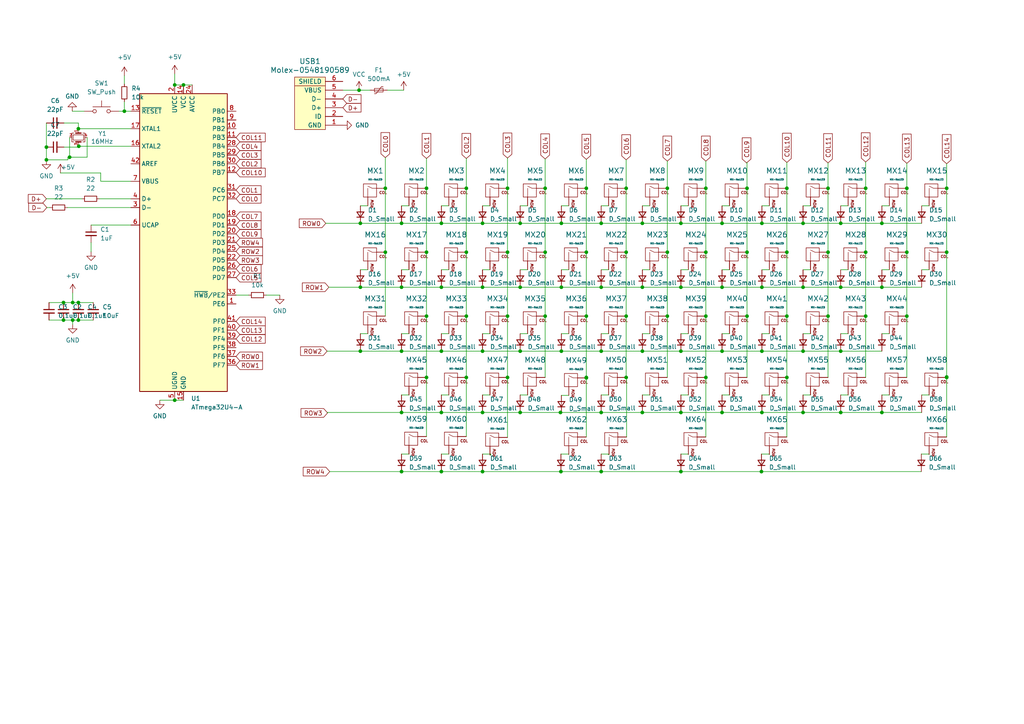
<source format=kicad_sch>
(kicad_sch (version 20230121) (generator eeschema)
  (paper "A4")
  (junction (at 274.574 109.474))
  (junction (at 228.219 54.61))
  (junction (at 170.053 73.152))
  (junction (at 274.574 73.152))
  (junction (at 150.876 101.854))
  (junction (at 18.415 92.837))
  (junction (at 111.76 73.152))
  (junction (at 240.157 54.61))
  (junction (at 123.698 109.474))
  (junction (at 243.84 64.77))
  (junction (at 186.309 119.634))
  (junction (at 147.193 91.694))
  (junction (at 128.016 136.779))
  (junction (at 220.853 136.779))
  (junction (at 263.017 73.152))
  (junction (at 139.954 64.77))
  (junction (at 135.255 91.694))
  (junction (at 181.61 91.694))
  (junction (at 104.521 64.77))
  (junction (at 158.115 91.694))
  (junction (at 36.068 32.258))
  (junction (at 197.485 136.779))
  (junction (at 181.61 73.152))
  (junction (at 111.76 54.61))
  (junction (at 243.84 83.312))
  (junction (at 186.309 83.312))
  (junction (at 139.954 83.312))
  (junction (at 135.255 109.474))
  (junction (at 197.485 83.312))
  (junction (at 147.193 73.152))
  (junction (at 251.079 54.61))
  (junction (at 174.371 101.854))
  (junction (at 228.219 91.694))
  (junction (at 204.724 109.474))
  (junction (at 263.017 91.694))
  (junction (at 174.371 64.77))
  (junction (at 255.778 119.634))
  (junction (at 139.954 119.634))
  (junction (at 251.079 73.152))
  (junction (at 21.082 87.757))
  (junction (at 128.016 101.854))
  (junction (at 116.459 64.77))
  (junction (at 240.157 91.694))
  (junction (at 170.053 109.601))
  (junction (at 193.548 91.694))
  (junction (at 204.724 91.694))
  (junction (at 232.918 64.77))
  (junction (at 274.574 109.347))
  (junction (at 263.017 54.61))
  (junction (at 209.423 101.854))
  (junction (at 220.98 83.312))
  (junction (at 255.778 64.77))
  (junction (at 104.14 26.162))
  (junction (at 135.255 54.61))
  (junction (at 135.255 73.152))
  (junction (at 123.698 73.152))
  (junction (at 53.213 24.638))
  (junction (at 21.082 92.837))
  (junction (at 243.84 119.634))
  (junction (at 243.84 101.854))
  (junction (at 228.219 109.474))
  (junction (at 251.079 91.694))
  (junction (at 139.954 101.854))
  (junction (at 123.698 91.694))
  (junction (at 170.053 54.61))
  (junction (at 197.485 64.77))
  (junction (at 116.459 119.634))
  (junction (at 204.724 73.152))
  (junction (at 116.459 136.779))
  (junction (at 50.673 116.078))
  (junction (at 274.574 54.61))
  (junction (at 147.193 109.474))
  (junction (at 104.521 83.312))
  (junction (at 174.371 119.634))
  (junction (at 240.157 73.152))
  (junction (at 104.521 101.854))
  (junction (at 197.485 119.634))
  (junction (at 186.309 64.77))
  (junction (at 197.485 101.854))
  (junction (at 186.309 101.854))
  (junction (at 220.98 64.77))
  (junction (at 150.876 83.312))
  (junction (at 158.115 73.152))
  (junction (at 232.918 101.854))
  (junction (at 22.733 37.338))
  (junction (at 13.462 42.672))
  (junction (at 50.673 24.638))
  (junction (at 232.918 119.634))
  (junction (at 128.016 119.634))
  (junction (at 170.053 91.694))
  (junction (at 216.662 91.694))
  (junction (at 170.053 109.474))
  (junction (at 128.016 64.77))
  (junction (at 209.423 64.77))
  (junction (at 162.687 136.779))
  (junction (at 158.115 54.61))
  (junction (at 22.733 87.757))
  (junction (at 22.733 92.837))
  (junction (at 150.876 64.77))
  (junction (at 116.459 101.854))
  (junction (at 181.61 109.474))
  (junction (at 18.415 87.757))
  (junction (at 193.548 54.61))
  (junction (at 174.371 83.312))
  (junction (at 216.662 54.61))
  (junction (at 139.954 136.779))
  (junction (at 204.724 54.61))
  (junction (at 174.371 136.779))
  (junction (at 228.219 73.152))
  (junction (at 147.193 54.61))
  (junction (at 220.98 119.634))
  (junction (at 150.876 119.634))
  (junction (at 232.918 83.312))
  (junction (at 162.814 64.77))
  (junction (at 22.86 42.418))
  (junction (at 128.016 83.312))
  (junction (at 193.548 73.152))
  (junction (at 20.193 45.593))
  (junction (at 162.814 101.854))
  (junction (at 220.98 101.854))
  (junction (at 123.698 54.61))
  (junction (at 216.662 73.152))
  (junction (at 209.423 119.634))
  (junction (at 255.778 83.312))
  (junction (at 209.423 83.312))
  (junction (at 13.462 46.355))
  (junction (at 181.61 54.61))
  (junction (at 162.814 83.312))
  (junction (at 162.56 119.634))
  (junction (at 116.459 83.312))
  (wire (pts (xy 150.876 101.854) (xy 162.814 101.854)))
  (wire (pts (xy 26.416 65.278) (xy 37.973 65.278)))
  (wire (pts (xy 21.082 84.963) (xy 21.082 87.757)))
  (wire (pts (xy 164.973 131.826) (xy 164.973 131.699)))
  (wire (pts (xy 25.273 39.878) (xy 25.273 45.593)))
  (wire (pts (xy 128.016 59.69) (xy 130.175 59.69)))
  (wire (pts (xy 197.485 114.554) (xy 199.644 114.554)))
  (wire (pts (xy 116.459 59.69) (xy 118.618 59.69)))
  (wire (pts (xy 269.494 131.699) (xy 267.208 131.699)))
  (wire (pts (xy 19.685 45.593) (xy 20.193 45.593)))
  (wire (pts (xy 123.698 91.694) (xy 123.698 109.474)))
  (wire (pts (xy 197.485 136.779) (xy 220.853 136.779)))
  (wire (pts (xy 116.459 96.774) (xy 118.618 96.774)))
  (wire (pts (xy 274.574 54.61) (xy 274.574 73.152)))
  (wire (pts (xy 150.876 64.77) (xy 162.814 64.77)))
  (wire (pts (xy 22.86 42.672) (xy 22.86 42.418)))
  (wire (pts (xy 104.14 26.162) (xy 107.315 26.162)))
  (wire (pts (xy 170.053 54.61) (xy 170.053 73.152)))
  (wire (pts (xy 17.526 50.165) (xy 29.21 50.165)))
  (wire (pts (xy 181.61 46.355) (xy 181.61 54.61)))
  (wire (pts (xy 14.224 92.837) (xy 18.415 92.837)))
  (wire (pts (xy 20.955 32.258) (xy 24.384 32.258)))
  (wire (pts (xy 220.98 83.312) (xy 232.918 83.312)))
  (wire (pts (xy 104.521 78.232) (xy 106.68 78.232)))
  (wire (pts (xy 26.416 73.025) (xy 26.416 70.358)))
  (wire (pts (xy 174.371 119.634) (xy 186.309 119.634)))
  (wire (pts (xy 267.335 119.634) (xy 255.778 119.634)))
  (wire (pts (xy 255.778 83.312) (xy 267.335 83.312)))
  (wire (pts (xy 150.876 83.312) (xy 162.814 83.312)))
  (wire (pts (xy 174.371 101.854) (xy 186.309 101.854)))
  (wire (pts (xy 269.494 131.826) (xy 269.494 131.699)))
  (wire (pts (xy 174.371 114.554) (xy 176.53 114.554)))
  (wire (pts (xy 28.829 57.658) (xy 37.973 57.658)))
  (wire (pts (xy 170.053 109.474) (xy 169.926 109.474)))
  (wire (pts (xy 181.737 126.746) (xy 181.737 109.474)))
  (wire (pts (xy 18.415 87.757) (xy 21.082 87.757)))
  (wire (pts (xy 186.309 114.554) (xy 188.468 114.554)))
  (wire (pts (xy 128.016 114.554) (xy 130.175 114.554)))
  (wire (pts (xy 162.56 119.761) (xy 162.56 119.634)))
  (wire (pts (xy 193.548 54.61) (xy 193.548 73.152)))
  (wire (pts (xy 216.662 109.474) (xy 216.662 91.694)))
  (wire (pts (xy 216.662 54.61) (xy 216.662 47.244)))
  (wire (pts (xy 158.115 91.694) (xy 158.115 109.474)))
  (wire (pts (xy 162.687 136.779) (xy 174.371 136.779)))
  (wire (pts (xy 150.876 119.634) (xy 162.56 119.634)))
  (wire (pts (xy 274.574 73.152) (xy 274.574 109.347)))
  (wire (pts (xy 174.371 78.232) (xy 176.53 78.232)))
  (wire (pts (xy 139.954 101.854) (xy 150.876 101.854)))
  (wire (pts (xy 186.309 59.69) (xy 188.468 59.69)))
  (wire (pts (xy 162.814 59.69) (xy 164.973 59.69)))
  (wire (pts (xy 104.521 59.69) (xy 106.68 59.69)))
  (wire (pts (xy 21.082 92.837) (xy 21.082 94.107)))
  (wire (pts (xy 147.193 54.61) (xy 147.193 73.152)))
  (wire (pts (xy 50.673 21.463) (xy 50.673 24.638)))
  (wire (pts (xy 174.371 64.77) (xy 186.309 64.77)))
  (wire (pts (xy 170.053 109.601) (xy 170.053 126.746)))
  (wire (pts (xy 116.459 101.854) (xy 128.016 101.854)))
  (wire (pts (xy 162.814 96.774) (xy 164.973 96.774)))
  (wire (pts (xy 50.673 24.638) (xy 53.213 24.638)))
  (wire (pts (xy 274.574 47.498) (xy 274.574 54.61)))
  (wire (pts (xy 18.542 35.687) (xy 22.733 35.687)))
  (wire (pts (xy 274.574 109.347) (xy 274.574 109.474)))
  (wire (pts (xy 139.954 114.554) (xy 142.113 114.554)))
  (wire (pts (xy 135.255 91.694) (xy 135.255 109.474)))
  (wire (pts (xy 22.733 35.687) (xy 22.733 37.338)))
  (wire (pts (xy 255.778 114.554) (xy 257.937 114.554)))
  (wire (pts (xy 255.778 59.69) (xy 257.937 59.69)))
  (wire (pts (xy 128.016 83.312) (xy 139.954 83.312)))
  (wire (pts (xy 104.521 83.312) (xy 116.459 83.312)))
  (wire (pts (xy 22.86 42.418) (xy 37.973 42.418)))
  (wire (pts (xy 13.462 46.355) (xy 13.462 42.672)))
  (wire (pts (xy 204.724 54.61) (xy 204.724 73.152)))
  (wire (pts (xy 263.017 54.61) (xy 263.017 73.152)))
  (wire (pts (xy 197.485 101.854) (xy 209.423 101.854)))
  (wire (pts (xy 232.918 59.69) (xy 235.077 59.69)))
  (wire (pts (xy 162.814 101.854) (xy 174.371 101.854)))
  (wire (pts (xy 174.371 59.69) (xy 176.53 59.69)))
  (wire (pts (xy 197.485 78.232) (xy 199.644 78.232)))
  (wire (pts (xy 22.733 42.418) (xy 22.86 42.418)))
  (wire (pts (xy 104.521 96.774) (xy 106.68 96.774)))
  (wire (pts (xy 197.485 119.634) (xy 209.423 119.634)))
  (wire (pts (xy 228.219 109.474) (xy 228.219 126.746)))
  (wire (pts (xy 232.918 96.774) (xy 235.077 96.774)))
  (wire (pts (xy 176.657 131.826) (xy 176.403 131.826)))
  (wire (pts (xy 128.016 96.774) (xy 130.175 96.774)))
  (wire (pts (xy 116.459 78.232) (xy 118.618 78.232)))
  (wire (pts (xy 267.335 59.69) (xy 269.494 59.69)))
  (wire (pts (xy 135.255 45.974) (xy 135.255 54.61)))
  (wire (pts (xy 116.459 136.779) (xy 128.016 136.779)))
  (wire (pts (xy 162.814 114.681) (xy 164.973 114.681)))
  (wire (pts (xy 162.814 64.77) (xy 174.371 64.77)))
  (wire (pts (xy 36.068 32.258) (xy 37.973 32.258)))
  (wire (pts (xy 36.068 29.464) (xy 36.068 32.258)))
  (wire (pts (xy 243.84 119.634) (xy 255.778 119.634)))
  (wire (pts (xy 255.778 96.774) (xy 257.937 96.774)))
  (wire (pts (xy 263.017 47.371) (xy 263.017 54.61)))
  (wire (pts (xy 204.724 73.152) (xy 204.724 91.694)))
  (wire (pts (xy 68.453 85.598) (xy 72.136 85.598)))
  (wire (pts (xy 232.918 101.854) (xy 243.84 101.854)))
  (wire (pts (xy 223.139 131.826) (xy 223.139 131.699)))
  (wire (pts (xy 111.76 73.152) (xy 111.76 91.694)))
  (wire (pts (xy 20.193 39.878) (xy 20.193 45.593)))
  (wire (pts (xy 135.255 73.152) (xy 135.255 91.694)))
  (wire (pts (xy 220.98 119.634) (xy 232.918 119.634)))
  (wire (pts (xy 181.61 54.61) (xy 181.61 73.152)))
  (wire (pts (xy 139.954 96.774) (xy 142.113 96.774)))
  (wire (pts (xy 128.016 78.232) (xy 130.175 78.232)))
  (wire (pts (xy 147.193 73.152) (xy 147.193 91.694)))
  (wire (pts (xy 193.548 73.152) (xy 193.548 91.694)))
  (wire (pts (xy 243.84 78.232) (xy 245.999 78.232)))
  (wire (pts (xy 220.98 64.77) (xy 232.918 64.77)))
  (wire (pts (xy 22.733 87.757) (xy 27.051 87.757)))
  (wire (pts (xy 243.84 114.554) (xy 245.999 114.554)))
  (wire (pts (xy 128.016 119.634) (xy 116.459 119.634)))
  (wire (pts (xy 174.371 136.779) (xy 197.485 136.779)))
  (wire (pts (xy 176.403 131.699) (xy 174.371 131.699)))
  (wire (pts (xy 162.814 78.232) (xy 164.973 78.232)))
  (wire (pts (xy 251.079 46.99) (xy 251.079 54.61)))
  (wire (pts (xy 36.068 21.971) (xy 36.068 24.384)))
  (wire (pts (xy 123.698 73.152) (xy 123.698 91.694)))
  (wire (pts (xy 199.644 131.699) (xy 199.644 131.826)))
  (wire (pts (xy 158.115 46.101) (xy 158.115 54.61)))
  (wire (pts (xy 142.113 131.953) (xy 142.367 131.953)))
  (wire (pts (xy 197.485 64.77) (xy 209.423 64.77)))
  (wire (pts (xy 21.082 92.837) (xy 22.733 92.837)))
  (wire (pts (xy 197.485 96.774) (xy 199.644 96.774)))
  (wire (pts (xy 220.98 119.634) (xy 209.423 119.634)))
  (wire (pts (xy 170.053 46.228) (xy 170.053 54.61)))
  (wire (pts (xy 223.139 131.699) (xy 220.853 131.699)))
  (wire (pts (xy 251.079 54.61) (xy 251.079 73.152)))
  (wire (pts (xy 104.521 101.854) (xy 116.459 101.854)))
  (wire (pts (xy 94.996 119.634) (xy 94.996 119.761)))
  (wire (pts (xy 77.216 85.598) (xy 81.153 85.598)))
  (wire (pts (xy 232.918 114.554) (xy 235.077 114.554)))
  (wire (pts (xy 142.367 131.953) (xy 142.367 131.699)))
  (wire (pts (xy 204.724 91.694) (xy 204.724 109.474)))
  (wire (pts (xy 25.273 45.593) (xy 20.193 45.593)))
  (wire (pts (xy 220.98 78.232) (xy 223.139 78.232)))
  (wire (pts (xy 240.157 73.152) (xy 240.157 91.694)))
  (wire (pts (xy 209.423 78.232) (xy 211.582 78.232)))
  (wire (pts (xy 139.954 83.312) (xy 150.876 83.312)))
  (wire (pts (xy 150.876 96.774) (xy 153.035 96.774)))
  (wire (pts (xy 174.371 83.312) (xy 186.309 83.312)))
  (wire (pts (xy 197.485 59.69) (xy 199.644 59.69)))
  (wire (pts (xy 111.76 54.61) (xy 111.76 73.152)))
  (wire (pts (xy 162.814 83.312) (xy 174.371 83.312)))
  (wire (pts (xy 228.219 54.61) (xy 228.219 73.152)))
  (wire (pts (xy 123.698 54.61) (xy 123.698 73.152)))
  (wire (pts (xy 111.76 45.72) (xy 111.76 54.61)))
  (wire (pts (xy 204.724 46.736) (xy 204.724 54.61)))
  (wire (pts (xy 139.954 136.779) (xy 162.687 136.779)))
  (wire (pts (xy 228.219 47.117) (xy 228.219 54.61)))
  (wire (pts (xy 197.485 83.312) (xy 209.423 83.312)))
  (wire (pts (xy 21.082 87.757) (xy 22.733 87.757)))
  (wire (pts (xy 123.698 45.974) (xy 123.698 54.61)))
  (wire (pts (xy 135.255 109.474) (xy 135.255 126.619)))
  (wire (pts (xy 267.335 114.554) (xy 269.494 114.554)))
  (wire (pts (xy 220.98 101.854) (xy 232.918 101.854)))
  (wire (pts (xy 243.84 64.77) (xy 255.778 64.77)))
  (wire (pts (xy 150.876 114.554) (xy 153.035 114.554)))
  (wire (pts (xy 22.733 37.338) (xy 37.973 37.338)))
  (wire (pts (xy 147.193 45.847) (xy 147.193 54.61)))
  (wire (pts (xy 232.918 78.232) (xy 235.077 78.232)))
  (wire (pts (xy 240.157 47.244) (xy 240.157 54.61)))
  (wire (pts (xy 228.219 73.152) (xy 228.219 91.694)))
  (wire (pts (xy 174.371 96.774) (xy 176.53 96.774)))
  (wire (pts (xy 147.193 109.474) (xy 147.193 126.873)))
  (wire (pts (xy 94.488 64.77) (xy 104.521 64.77)))
  (wire (pts (xy 263.017 73.152) (xy 263.017 91.694)))
  (wire (pts (xy 251.079 91.694) (xy 251.079 109.474)))
  (wire (pts (xy 274.574 109.474) (xy 274.574 126.746)))
  (wire (pts (xy 204.724 109.474) (xy 204.724 126.746)))
  (wire (pts (xy 199.644 131.699) (xy 197.485 131.699)))
  (wire (pts (xy 29.21 50.165) (xy 29.21 52.578)))
  (wire (pts (xy 274.574 109.347) (xy 274.447 109.347)))
  (wire (pts (xy 19.558 60.198) (xy 37.973 60.198)))
  (wire (pts (xy 186.309 83.312) (xy 197.485 83.312)))
  (wire (pts (xy 150.876 119.634) (xy 139.954 119.634)))
  (wire (pts (xy 116.459 119.634) (xy 94.996 119.634)))
  (wire (pts (xy 170.053 109.474) (xy 170.053 109.601)))
  (wire (pts (xy 243.84 101.854) (xy 255.778 101.854)))
  (wire (pts (xy 34.544 32.258) (xy 36.068 32.258)))
  (wire (pts (xy 95.631 136.779) (xy 116.459 136.779)))
  (wire (pts (xy 220.98 114.554) (xy 223.139 114.554)))
  (wire (pts (xy 186.309 64.77) (xy 197.485 64.77)))
  (wire (pts (xy 162.814 119.761) (xy 162.56 119.761)))
  (wire (pts (xy 128.016 119.634) (xy 139.954 119.634)))
  (wire (pts (xy 255.778 64.77) (xy 267.335 64.77)))
  (wire (pts (xy 128.016 101.854) (xy 139.954 101.854)))
  (wire (pts (xy 243.84 96.774) (xy 245.999 96.774)))
  (wire (pts (xy 94.869 101.854) (xy 104.521 101.854)))
  (wire (pts (xy 220.853 136.779) (xy 267.208 136.779)))
  (wire (pts (xy 19.685 46.355) (xy 13.462 46.355)))
  (wire (pts (xy 50.673 116.078) (xy 53.213 116.078)))
  (wire (pts (xy 209.423 101.854) (xy 220.98 101.854)))
  (wire (pts (xy 193.548 91.694) (xy 193.548 109.474)))
  (wire (pts (xy 104.14 26.162) (xy 99.441 26.162)))
  (wire (pts (xy 216.662 47.244) (xy 216.535 47.244)))
  (wire (pts (xy 158.115 73.152) (xy 158.115 91.694)))
  (wire (pts (xy 46.355 116.078) (xy 50.673 116.078)))
  (wire (pts (xy 186.309 96.774) (xy 188.468 96.774)))
  (wire (pts (xy 216.662 91.694) (xy 216.662 73.152)))
  (wire (pts (xy 181.61 109.474) (xy 181.483 109.474)))
  (wire (pts (xy 220.98 96.774) (xy 223.139 96.774)))
  (wire (pts (xy 181.61 73.152) (xy 181.61 91.694)))
  (wire (pts (xy 95.377 83.312) (xy 104.521 83.312)))
  (wire (pts (xy 104.521 64.77) (xy 116.459 64.77)))
  (wire (pts (xy 209.423 83.312) (xy 220.98 83.312)))
  (wire (pts (xy 150.876 59.69) (xy 153.035 59.69)))
  (wire (pts (xy 139.954 64.77) (xy 150.876 64.77)))
  (wire (pts (xy 116.459 131.699) (xy 118.618 131.699)))
  (wire (pts (xy 116.459 64.77) (xy 128.016 64.77)))
  (wire (pts (xy 22.733 92.837) (xy 27.051 92.837)))
  (wire (pts (xy 209.423 64.77) (xy 220.98 64.77)))
  (wire (pts (xy 18.415 92.837) (xy 21.082 92.837)))
  (wire (pts (xy 170.053 91.694) (xy 170.053 109.474)))
  (wire (pts (xy 139.954 59.69) (xy 142.113 59.69)))
  (wire (pts (xy 53.213 24.638) (xy 55.753 24.638)))
  (wire (pts (xy 147.193 91.694) (xy 147.193 109.474)))
  (wire (pts (xy 13.462 57.658) (xy 23.749 57.658)))
  (wire (pts (xy 267.335 78.232) (xy 269.494 78.232)))
  (wire (pts (xy 158.115 54.61) (xy 158.115 73.152)))
  (wire (pts (xy 123.698 109.474) (xy 123.698 126.619)))
  (wire (pts (xy 209.423 96.774) (xy 211.582 96.774)))
  (wire (pts (xy 18.542 42.672) (xy 22.86 42.672)))
  (wire (pts (xy 128.016 136.779) (xy 139.954 136.779)))
  (wire (pts (xy 150.876 78.232) (xy 153.035 78.232)))
  (wire (pts (xy 128.016 64.77) (xy 139.954 64.77)))
  (wire (pts (xy 139.954 78.232) (xy 142.113 78.232)))
  (wire (pts (xy 243.84 83.312) (xy 255.778 83.312)))
  (wire (pts (xy 164.973 131.699) (xy 162.687 131.699)))
  (wire (pts (xy 263.017 91.694) (xy 263.017 109.474)))
  (wire (pts (xy 220.98 59.69) (xy 223.139 59.69)))
  (wire (pts (xy 170.053 73.152) (xy 170.053 91.694)))
  (wire (pts (xy 255.778 78.232) (xy 257.937 78.232)))
  (wire (pts (xy 209.423 114.554) (xy 211.582 114.554)))
  (wire (pts (xy 116.459 83.312) (xy 128.016 83.312)))
  (wire (pts (xy 186.309 119.634) (xy 197.485 119.634)))
  (wire (pts (xy 13.462 46.355) (xy 13.462 46.482)))
  (wire (pts (xy 181.61 91.694) (xy 181.61 109.474)))
  (wire (pts (xy 186.309 78.232) (xy 188.468 78.232)))
  (wire (pts (xy 243.84 59.69) (xy 245.999 59.69)))
  (wire (pts (xy 228.219 91.694) (xy 228.219 109.474)))
  (wire (pts (xy 13.589 60.198) (xy 14.478 60.198)))
  (wire (pts (xy 186.309 101.854) (xy 197.485 101.854)))
  (wire (pts (xy 13.462 35.687) (xy 13.462 42.672)))
  (wire (pts (xy 216.662 73.152) (xy 216.662 54.61)))
  (wire (pts (xy 128.016 131.699) (xy 130.175 131.699)))
  (wire (pts (xy 176.403 131.826) (xy 176.403 131.699)))
  (wire (pts (xy 112.395 26.162) (xy 117.094 26.162)))
  (wire (pts (xy 116.459 114.554) (xy 118.618 114.554)))
  (wire (pts (xy 14.224 87.757) (xy 18.415 87.757)))
  (wire (pts (xy 240.157 91.694) (xy 240.157 109.474)))
  (wire (pts (xy 162.56 119.634) (xy 174.371 119.634)))
  (wire (pts (xy 209.423 59.69) (xy 211.582 59.69)))
  (wire (pts (xy 232.918 119.634) (xy 243.84 119.634)))
  (wire (pts (xy 232.918 64.77) (xy 243.84 64.77)))
  (wire (pts (xy 142.367 131.699) (xy 139.954 131.699)))
  (wire (pts (xy 135.255 54.61) (xy 135.255 73.152)))
  (wire (pts (xy 193.548 46.736) (xy 193.548 54.61)))
  (wire (pts (xy 251.079 73.152) (xy 251.079 91.694)))
  (wire (pts (xy 232.918 83.312) (xy 243.84 83.312)))
  (wire (pts (xy 19.685 45.593) (xy 19.685 46.355)))
  (wire (pts (xy 240.157 54.61) (xy 240.157 73.152)))
  (wire (pts (xy 181.737 109.474) (xy 181.61 109.474)))
  (wire (pts (xy 29.21 52.578) (xy 37.973 52.578)))
  (global_label "COL1" (shape input) (at 68.453 55.118 0) (property "Intersheetrefs" "${INTERSHEET_REFS}" (effects hide)))
  (global_label "ROW4" (shape input) (at 95.631 136.779 180) (property "Intersheetrefs" "${INTERSHEET_REFS}" (effects hide)))
  (global_label "COL5" (shape input) (at 170.053 46.228 90) (property "Intersheetrefs" "${INTERSHEET_REFS}" (effects hide)))
  (global_label "COL3" (shape input) (at 147.193 45.847 90) (property "Intersheetrefs" "${INTERSHEET_REFS}" (effects hide)))
  (global_label "COL13" (shape input) (at 68.453 95.758 0) (property "Intersheetrefs" "${INTERSHEET_REFS}" (effects hide)))
  (global_label "D-" (shape input) (at 99.441 28.702 0) (property "Intersheetrefs" "${INTERSHEET_REFS}" (effects hide)))
  (global_label "COL4" (shape input) (at 158.115 46.101 90) (property "Intersheetrefs" "${INTERSHEET_REFS}" (effects hide)))
  (global_label "COL10" (shape input) (at 68.453 50.038 0) (property "Intersheetrefs" "${INTERSHEET_REFS}" (effects hide)))
  (global_label "ROW2" (shape input) (at 94.869 101.854 180) (property "Intersheetrefs" "${INTERSHEET_REFS}" (effects hide)))
  (global_label "ROW0" (shape input) (at 94.488 64.77 180) (property "Intersheetrefs" "${INTERSHEET_REFS}" (effects hide)))
  (global_label "COL7" (shape input) (at 68.453 62.738 0) (property "Intersheetrefs" "${INTERSHEET_REFS}" (effects hide)))
  (global_label "COL9" (shape input) (at 216.535 47.244 90) (property "Intersheetrefs" "${INTERSHEET_REFS}" (effects hide)))
  (global_label "D-" (shape input) (at 13.589 60.198 180) (property "Intersheetrefs" "${INTERSHEET_REFS}" (effects hide)))
  (global_label "ROW2" (shape input) (at 68.453 72.898 0) (property "Intersheetrefs" "${INTERSHEET_REFS}" (effects hide)))
  (global_label "COL9" (shape input) (at 68.453 67.818 0) (property "Intersheetrefs" "${INTERSHEET_REFS}" (effects hide)))
  (global_label "COL10" (shape input) (at 228.219 47.117 90) (property "Intersheetrefs" "${INTERSHEET_REFS}" (effects hide)))
  (global_label "COL0" (shape input) (at 68.453 57.658 0) (property "Intersheetrefs" "${INTERSHEET_REFS}" (effects hide)))
  (global_label "COL11" (shape input) (at 68.453 39.878 0) (property "Intersheetrefs" "${INTERSHEET_REFS}" (effects hide)))
  (global_label "COL14" (shape input) (at 274.574 47.498 90) (property "Intersheetrefs" "${INTERSHEET_REFS}" (effects hide)))
  (global_label "COL11" (shape input) (at 240.157 47.244 90) (property "Intersheetrefs" "${INTERSHEET_REFS}" (effects hide)))
  (global_label "COL12" (shape input) (at 251.079 46.99 90) (property "Intersheetrefs" "${INTERSHEET_REFS}" (effects hide)))
  (global_label "D+" (shape input) (at 99.441 31.242 0) (property "Intersheetrefs" "${INTERSHEET_REFS}" (effects hide)))
  (global_label "D+" (shape input) (at 13.462 57.658 180) (property "Intersheetrefs" "${INTERSHEET_REFS}" (effects hide)))
  (global_label "COL0" (shape input) (at 111.76 45.72 90) (property "Intersheetrefs" "${INTERSHEET_REFS}" (effects hide)))
  (global_label "COL8" (shape input) (at 68.453 65.278 0) (property "Intersheetrefs" "${INTERSHEET_REFS}" (effects hide)))
  (global_label "COL6" (shape input) (at 68.453 77.978 0) (property "Intersheetrefs" "${INTERSHEET_REFS}" (effects hide)))
  (global_label "ROW1" (shape input) (at 68.453 105.918 0) (property "Intersheetrefs" "${INTERSHEET_REFS}" (effects hide)))
  (global_label "ROW3" (shape input) (at 94.996 119.761 180) (property "Intersheetrefs" "${INTERSHEET_REFS}" (effects hide)))
  (global_label "COL7" (shape input) (at 193.548 46.736 90) (property "Intersheetrefs" "${INTERSHEET_REFS}" (effects hide)))
  (global_label "COL8" (shape input) (at 204.724 46.736 90) (property "Intersheetrefs" "${INTERSHEET_REFS}" (effects hide)))
  (global_label "COL13" (shape input) (at 263.017 47.371 90) (property "Intersheetrefs" "${INTERSHEET_REFS}" (effects hide)))
  (global_label "COL2" (shape input) (at 68.453 47.498 0) (property "Intersheetrefs" "${INTERSHEET_REFS}" (effects hide)))
  (global_label "ROW1" (shape input) (at 95.377 83.312 180) (property "Intersheetrefs" "${INTERSHEET_REFS}" (effects hide)))
  (global_label "COL2" (shape input) (at 135.255 45.974 90) (property "Intersheetrefs" "${INTERSHEET_REFS}" (effects hide)))
  (global_label "ROW4" (shape input) (at 68.453 70.358 0) (property "Intersheetrefs" "${INTERSHEET_REFS}" (effects hide)))
  (global_label "COL6" (shape input) (at 181.61 46.355 90) (property "Intersheetrefs" "${INTERSHEET_REFS}" (effects hide)))
  (global_label "COL4" (shape input) (at 68.453 42.418 0) (property "Intersheetrefs" "${INTERSHEET_REFS}" (effects hide)))
  (global_label "ROW0" (shape input) (at 68.453 103.378 0) (property "Intersheetrefs" "${INTERSHEET_REFS}" (effects hide)))
  (global_label "COL3" (shape input) (at 68.453 44.958 0) (property "Intersheetrefs" "${INTERSHEET_REFS}" (effects hide)))
  (global_label "COL12" (shape input) (at 68.453 98.298 0) (property "Intersheetrefs" "${INTERSHEET_REFS}" (effects hide)))
  (global_label "ROW3" (shape input) (at 68.453 75.438 0) (property "Intersheetrefs" "${INTERSHEET_REFS}" (effects hide)))
  (global_label "COL5" (shape input) (at 68.453 80.518 0) (property "Intersheetrefs" "${INTERSHEET_REFS}" (effects hide)))
  (global_label "COL14" (shape input) (at 68.453 93.218 0) (property "Intersheetrefs" "${INTERSHEET_REFS}" (effects hide)))
  (global_label "COL1" (shape input) (at 123.698 45.974 90) (property "Intersheetrefs" "${INTERSHEET_REFS}" (effects hide)))
  (symbol (lib_id "power:VCC") (at 104.14 26.162 0) (unit 1)
    (property "Reference" "#PWR012" (effects hide))
    (property "Value" "VCC" (at 104.14 21.59 0))
  )
  (symbol (lib_id "MX_Alps_Hybrid:MX-NoLED") (at 107.95 55.88 0) (unit 1)
    (property "Reference" "MX1" (at 108.8452 49.53 0) (effects (font (size 1.524 1.524))))
    (property "Value" "MX-NoLED" (at 108.8452 52.07 0) (effects (font (size 0.508 0.508))))
    (property "Footprint" "MX_Alps_Hybrid:MX-1U-NoLED" (effects hide))
  )
  (symbol (lib_id "Device:Polyfuse_Small") (at 109.855 26.162 90) (unit 1)
    (property "Reference" "F1" (at 109.855 20.32 90))
    (property "Value" "500mA" (at 109.855 22.86 90))
    (property "Footprint" "Fuse:Fuse_1206_3216Metric" (effects hide))
  )
  (symbol (lib_id "MX_Alps_Hybrid:MX-NoLED") (at 247.269 92.964 0) (unit 1)
    (property "Reference" "MX43" (at 248.1642 86.614 0) (effects (font (size 1.524 1.524))))
    (property "Value" "MX-NoLED" (at 248.1642 89.154 0) (effects (font (size 0.508 0.508))))
    (property "Footprint" "MX_Alps_Hybrid:MX-1U-NoLED" (effects hide))
  )
  (symbol (lib_id "Device:D_Small") (at 186.309 80.772 90) (unit 1)
    (property "Reference" "D23" (at 188.468 79.502 90) (effects (justify right)))
    (property "Value" "D_Small" (at 188.468 82.042 90) (effects (justify right)))
    (property "Footprint" "Diode_SMD:D_SOD-123" (effects hide))
    (property "Sim.Device" "D" (effects hide))
    (property "Sim.Pins" "1=K 2=A" (effects hide))
  )
  (symbol (lib_id "MX_Alps_Hybrid:MX-NoLED") (at 200.914 92.964 0) (unit 1)
    (property "Reference" "MX39" (at 201.8092 86.614 0) (effects (font (size 1.524 1.524))))
    (property "Value" "MX-NoLED" (at 201.8092 89.154 0) (effects (font (size 0.508 0.508))))
    (property "Footprint" "MX_Alps_Hybrid:MX-1U-NoLED" (effects hide))
  )
  (symbol (lib_id "Device:D_Small") (at 162.814 117.221 90) (unit 1)
    (property "Reference" "D49" (at 164.973 115.951 90) (effects (justify right)))
    (property "Value" "D_Small" (at 164.973 118.491 90) (effects (justify right)))
    (property "Footprint" "Diode_SMD:D_SOD-123" (effects hide))
    (property "Sim.Device" "D" (effects hide))
    (property "Sim.Pins" "1=K 2=A" (effects hide))
  )
  (symbol (lib_id "Device:D_Small") (at 209.423 117.094 90) (unit 1)
    (property "Reference" "D53" (at 211.582 115.824 90) (effects (justify right)))
    (property "Value" "D_Small" (at 211.582 118.364 90) (effects (justify right)))
    (property "Footprint" "Diode_SMD:D_SOD-123" (effects hide))
    (property "Sim.Device" "D" (effects hide))
    (property "Sim.Pins" "1=K 2=A" (effects hide))
  )
  (symbol (lib_id "MX_Alps_Hybrid:MX-NoLED") (at 166.243 55.88 0) (unit 1)
    (property "Reference" "MX6" (at 167.1382 49.53 0) (effects (font (size 1.524 1.524))))
    (property "Value" "MX-NoLED" (at 167.1382 52.07 0) (effects (font (size 0.508 0.508))))
    (property "Footprint" "MX_Alps_Hybrid:MX-1U-NoLED" (effects hide))
  )
  (symbol (lib_id "Device:D_Small") (at 174.371 134.239 90) (unit 1)
    (property "Reference" "D63" (at 176.53 132.969 90) (effects (justify right)))
    (property "Value" "D_Small" (at 176.53 135.509 90) (effects (justify right)))
    (property "Footprint" "Diode_SMD:D_SOD-123" (effects hide))
    (property "Sim.Device" "D" (effects hide))
    (property "Sim.Pins" "1=K 2=A" (effects hide))
  )
  (symbol (lib_id "Device:D_Small") (at 116.459 134.239 90) (unit 1)
    (property "Reference" "D59" (at 118.618 132.969 90) (effects (justify right)))
    (property "Value" "D_Small" (at 118.618 135.509 90) (effects (justify right)))
    (property "Footprint" "Diode_SMD:D_SOD-123" (effects hide))
    (property "Sim.Device" "D" (effects hide))
    (property "Sim.Pins" "1=K 2=A" (effects hide))
  )
  (symbol (lib_id "Device:R_Small") (at 17.018 60.198 90) (unit 1)
    (property "Reference" "R3" (at 17.018 54.61 90))
    (property "Value" "22" (at 17.018 57.15 90))
    (property "Footprint" "Resistor_SMD:R_0805_2012Metric" (effects hide))
  )
  (symbol (lib_id "MX_Alps_Hybrid:MX-NoLED") (at 131.445 127.889 0) (unit 1)
    (property "Reference" "MX60" (at 132.3402 121.539 0) (effects (font (size 1.524 1.524))))
    (property "Value" "MX-NoLED" (at 132.3402 124.079 0) (effects (font (size 0.508 0.508))))
    (property "Footprint" "MX_Alps_Hybrid:MX-1.25U-NoLED" (effects hide))
  )
  (symbol (lib_id "Device:D_Small") (at 104.521 99.314 90) (unit 1)
    (property "Reference" "D31" (at 106.68 98.044 90) (effects (justify right)))
    (property "Value" "D_Small" (at 106.68 100.584 90) (effects (justify right)))
    (property "Footprint" "Diode_SMD:D_SOD-123" (effects hide))
    (property "Sim.Device" "D" (effects hide))
    (property "Sim.Pins" "1=K 2=A" (effects hide))
  )
  (symbol (lib_id "Device:C_Small") (at 16.002 42.672 90) (unit 1)
    (property "Reference" "C7" (at 16.0083 36.195 90))
    (property "Value" "22pF" (at 16.0083 38.735 90))
    (property "Footprint" "Capacitor_SMD:C_0805_2012Metric" (effects hide))
  )
  (symbol (lib_id "Device:D_Small") (at 116.459 62.23 90) (unit 1)
    (property "Reference" "D2" (at 118.618 60.96 90) (effects (justify right)))
    (property "Value" "D_Small" (at 118.618 63.5 90) (effects (justify right)))
    (property "Footprint" "Diode_SMD:D_SOD-123" (effects hide))
    (property "Sim.Device" "D" (effects hide))
    (property "Sim.Pins" "1=K 2=A" (effects hide))
  )
  (symbol (lib_id "Device:D_Small") (at 162.814 99.314 90) (unit 1)
    (property "Reference" "D36" (at 164.973 98.044 90) (effects (justify right)))
    (property "Value" "D_Small" (at 164.973 100.584 90) (effects (justify right)))
    (property "Footprint" "Diode_SMD:D_SOD-123" (effects hide))
    (property "Sim.Device" "D" (effects hide))
    (property "Sim.Pins" "1=K 2=A" (effects hide))
  )
  (symbol (lib_id "Device:D_Small") (at 150.876 117.094 90) (unit 1)
    (property "Reference" "D48" (at 153.035 115.824 90) (effects (justify right)))
    (property "Value" "D_Small" (at 153.035 118.364 90) (effects (justify right)))
    (property "Footprint" "Diode_SMD:D_SOD-123" (effects hide))
    (property "Sim.Device" "D" (effects hide))
    (property "Sim.Pins" "1=K 2=A" (effects hide))
  )
  (symbol (lib_id "Device:C_Small") (at 22.733 90.297 0) (unit 1)
    (property "Reference" "C4" (at 25.4 89.0333 0) (effects (justify left)))
    (property "Value" "0.1uF" (at 25.4 91.5733 0) (effects (justify left)))
    (property "Footprint" "Capacitor_SMD:C_0805_2012Metric" (effects hide))
  )
  (symbol (lib_id "Device:D_Small") (at 186.309 99.314 90) (unit 1)
    (property "Reference" "D38" (at 188.468 98.044 90) (effects (justify right)))
    (property "Value" "D_Small" (at 188.468 100.584 90) (effects (justify right)))
    (property "Footprint" "Diode_SMD:D_SOD-123" (effects hide))
    (property "Sim.Device" "D" (effects hide))
    (property "Sim.Pins" "1=K 2=A" (effects hide))
  )
  (symbol (lib_id "MX_Alps_Hybrid:MX-NoLED") (at 177.8 92.964 0) (unit 1)
    (property "Reference" "MX37" (at 178.6952 86.614 0) (effects (font (size 1.524 1.524))))
    (property "Value" "MX-NoLED" (at 178.6952 89.154 0) (effects (font (size 0.508 0.508))))
    (property "Footprint" "MX_Alps_Hybrid:MX-1U-NoLED" (effects hide))
  )
  (symbol (lib_id "MX_Alps_Hybrid:MX-NoLED") (at 270.764 55.88 0) (unit 1)
    (property "Reference" "MX15" (at 271.6592 49.53 0) (effects (font (size 1.524 1.524))))
    (property "Value" "MX-NoLED" (at 271.6592 52.07 0) (effects (font (size 0.508 0.508))))
    (property "Footprint" "MX_Alps_Hybrid:MX-2U-NoLED" (effects hide))
  )
  (symbol (lib_id "Device:D_Small") (at 128.016 134.239 90) (unit 1)
    (property "Reference" "D60" (at 130.175 132.969 90) (effects (justify right)))
    (property "Value" "D_Small" (at 130.175 135.509 90) (effects (justify right)))
    (property "Footprint" "Diode_SMD:D_SOD-123" (effects hide))
    (property "Sim.Device" "D" (effects hide))
    (property "Sim.Pins" "1=K 2=A" (effects hide))
  )
  (symbol (lib_id "Device:D_Small") (at 220.98 62.23 90) (unit 1)
    (property "Reference" "D11" (at 223.139 60.96 90) (effects (justify right)))
    (property "Value" "D_Small" (at 223.139 63.5 90) (effects (justify right)))
    (property "Footprint" "Diode_SMD:D_SOD-123" (effects hide))
    (property "Sim.Device" "D" (effects hide))
    (property "Sim.Pins" "1=K 2=A" (effects hide))
  )
  (symbol (lib_id "power:+5V") (at 17.526 50.165 0) (unit 1)
    (property "Reference" "#PWR07" (effects hide))
    (property "Value" "+5V" (at 19.685 48.514 0))
  )
  (symbol (lib_id "MX_Alps_Hybrid:MX-NoLED") (at 166.243 74.422 0) (unit 1)
    (property "Reference" "MX21" (at 167.1382 68.072 0) (effects (font (size 1.524 1.524))))
    (property "Value" "MX-NoLED" (at 167.1382 70.612 0) (effects (font (size 0.508 0.508))))
    (property "Footprint" "MX_Alps_Hybrid:MX-1U-NoLED" (effects hide))
  )
  (symbol (lib_id "power:+5V") (at 117.094 26.162 0) (unit 1)
    (property "Reference" "#PWR013" (effects hide))
    (property "Value" "+5V" (at 117.094 21.59 0))
  )
  (symbol (lib_id "Device:R_Small") (at 74.676 85.598 90) (unit 1)
    (property "Reference" "R1" (at 74.676 80.137 90))
    (property "Value" "10k" (at 74.676 82.677 90))
    (property "Footprint" "Resistor_SMD:R_0805_2012Metric" (effects hide))
  )
  (symbol (lib_id "Device:D_Small") (at 243.84 62.23 90) (unit 1)
    (property "Reference" "D13" (at 245.999 60.96 90) (effects (justify right)))
    (property "Value" "D_Small" (at 245.999 63.5 90) (effects (justify right)))
    (property "Footprint" "Diode_SMD:D_SOD-123" (effects hide))
    (property "Sim.Device" "D" (effects hide))
    (property "Sim.Pins" "1=K 2=A" (effects hide))
  )
  (symbol (lib_id "MX_Alps_Hybrid:MX-NoLED") (at 154.305 92.964 0) (unit 1)
    (property "Reference" "MX35" (at 155.2002 86.614 0) (effects (font (size 1.524 1.524))))
    (property "Value" "MX-NoLED" (at 155.2002 89.154 0) (effects (font (size 0.508 0.508))))
    (property "Footprint" "MX_Alps_Hybrid:MX-1U-NoLED" (effects hide))
  )
  (symbol (lib_id "MX_Alps_Hybrid:MX-NoLED") (at 177.8 55.88 0) (unit 1)
    (property "Reference" "MX7" (at 178.6952 49.53 0) (effects (font (size 1.524 1.524))))
    (property "Value" "MX-NoLED" (at 178.6952 52.07 0) (effects (font (size 0.508 0.508))))
    (property "Footprint" "MX_Alps_Hybrid:MX-1U-NoLED" (effects hide))
  )
  (symbol (lib_id "MX_Alps_Hybrid:MX-NoLED") (at 154.305 74.422 0) (unit 1)
    (property "Reference" "MX20" (at 155.2002 68.072 0) (effects (font (size 1.524 1.524))))
    (property "Value" "MX-NoLED" (at 155.2002 70.612 0) (effects (font (size 0.508 0.508))))
    (property "Footprint" "MX_Alps_Hybrid:MX-1U-NoLED" (effects hide))
  )
  (symbol (lib_id "Device:C_Small") (at 18.415 90.297 0) (unit 1)
    (property "Reference" "C2" (at 21.082 89.0333 0) (effects (justify left)))
    (property "Value" "0.1uF" (at 21.082 91.5733 0) (effects (justify left)))
    (property "Footprint" "Capacitor_SMD:C_0805_2012Metric" (effects hide))
  )
  (symbol (lib_id "MX_Alps_Hybrid:MX-NoLED") (at 212.852 55.88 0) (unit 1)
    (property "Reference" "MX10" (at 213.7472 49.53 0) (effects (font (size 1.524 1.524))))
    (property "Value" "MX-NoLED" (at 213.7472 52.07 0) (effects (font (size 0.508 0.508))))
    (property "Footprint" "MX_Alps_Hybrid:MX-1U-NoLED" (effects hide))
  )
  (symbol (lib_id "MX_Alps_Hybrid:MX-NoLED") (at 200.914 55.88 0) (unit 1)
    (property "Reference" "MX9" (at 201.8092 49.53 0) (effects (font (size 1.524 1.524))))
    (property "Value" "MX-NoLED" (at 201.8092 52.07 0) (effects (font (size 0.508 0.508))))
    (property "Footprint" "MX_Alps_Hybrid:MX-1U-NoLED" (effects hide))
  )
  (symbol (lib_id "power:+5V") (at 36.068 21.971 0) (unit 1)
    (property "Reference" "#PWR010" (effects hide))
    (property "Value" "+5V" (at 36.068 16.637 0))
  )
  (symbol (lib_id "MX_Alps_Hybrid:MX-NoLED") (at 259.207 92.964 0) (unit 1)
    (property "Reference" "MX44" (at 260.1022 86.614 0) (effects (font (size 1.524 1.524))))
    (property "Value" "MX-NoLED" (at 260.1022 89.154 0) (effects (font (size 0.508 0.508))))
    (property "Footprint" "MX_Alps_Hybrid:MX-2.25U-ReversedStabilizers-NoLED" (effects hide))
  )
  (symbol (lib_id "MX_Alps_Hybrid:MX-NoLED") (at 200.914 128.016 0) (unit 1)
    (property "Reference" "MX64" (at 201.8092 121.666 0) (effects (font (size 1.524 1.524))))
    (property "Value" "MX-NoLED" (at 201.8092 124.206 0) (effects (font (size 0.508 0.508))))
    (property "Footprint" "MX_Alps_Hybrid:MX-2.75U-ReversedStabilizers-NoLED" (effects hide))
  )
  (symbol (lib_id "Device:D_Small") (at 128.016 62.23 90) (unit 1)
    (property "Reference" "D3" (at 130.175 60.96 90) (effects (justify right)))
    (property "Value" "D_Small" (at 130.175 63.5 90) (effects (justify right)))
    (property "Footprint" "Diode_SMD:D_SOD-123" (effects hide))
    (property "Sim.Device" "D" (effects hide))
    (property "Sim.Pins" "1=K 2=A" (effects hide))
  )
  (symbol (lib_id "MX_Alps_Hybrid:MX-NoLED") (at 119.888 110.744 0) (unit 1)
    (property "Reference" "MX45" (at 120.7832 104.394 0) (effects (font (size 1.524 1.524))))
    (property "Value" "MX-NoLED" (at 120.7832 106.934 0) (effects (font (size 0.508 0.508))))
    (property "Footprint" "MX_Alps_Hybrid:MX-2.25U-NoLED" (effects hide))
  )
  (symbol (lib_id "Device:D_Small") (at 139.954 80.772 90) (unit 1)
    (property "Reference" "D19" (at 142.113 79.502 90) (effects (justify right)))
    (property "Value" "D_Small" (at 142.113 82.042 90) (effects (justify right)))
    (property "Footprint" "Diode_SMD:D_SOD-123" (effects hide))
    (property "Sim.Device" "D" (effects hide))
    (property "Sim.Pins" "1=K 2=A" (effects hide))
  )
  (symbol (lib_id "Device:D_Small") (at 186.309 62.23 90) (unit 1)
    (property "Reference" "D8" (at 188.468 60.96 90) (effects (justify right)))
    (property "Value" "D_Small" (at 188.468 63.5 90) (effects (justify right)))
    (property "Footprint" "Diode_SMD:D_SOD-123" (effects hide))
    (property "Sim.Device" "D" (effects hide))
    (property "Sim.Pins" "1=K 2=A" (effects hide))
  )
  (symbol (lib_id "Device:C_Small") (at 14.224 90.297 0) (unit 1)
    (property "Reference" "C3" (at 16.891 89.0333 0) (effects (justify left)))
    (property "Value" "0.1uF" (at 16.891 91.5733 0) (effects (justify left)))
    (property "Footprint" "Capacitor_SMD:C_0805_2012Metric" (effects hide))
  )
  (symbol (lib_id "Device:D_Small") (at 197.485 62.23 90) (unit 1)
    (property "Reference" "D9" (at 199.644 60.96 90) (effects (justify right)))
    (property "Value" "D_Small" (at 199.644 63.5 90) (effects (justify right)))
    (property "Footprint" "Diode_SMD:D_SOD-123" (effects hide))
    (property "Sim.Device" "D" (effects hide))
    (property "Sim.Pins" "1=K 2=A" (effects hide))
  )
  (symbol (lib_id "power:GND") (at 13.462 46.482 0) (unit 1)
    (property "Reference" "#PWR08" (effects hide))
    (property "Value" "GND" (at 13.462 51.054 0))
  )
  (symbol (lib_id "MX_Alps_Hybrid:MX-NoLED") (at 236.347 55.88 0) (unit 1)
    (property "Reference" "MX12" (at 237.2422 49.53 0) (effects (font (size 1.524 1.524))))
    (property "Value" "MX-NoLED" (at 237.2422 52.07 0) (effects (font (size 0.508 0.508))))
    (property "Footprint" "MX_Alps_Hybrid:MX-1U-NoLED" (effects hide))
  )
  (symbol (lib_id "Device:D_Small") (at 174.371 80.772 90) (unit 1)
    (property "Reference" "D22" (at 176.53 79.502 90) (effects (justify right)))
    (property "Value" "D_Small" (at 176.53 82.042 90) (effects (justify right)))
    (property "Footprint" "Diode_SMD:D_SOD-123" (effects hide))
    (property "Sim.Device" "D" (effects hide))
    (property "Sim.Pins" "1=K 2=A" (effects hide))
  )
  (symbol (lib_id "Device:D_Small") (at 232.918 99.314 90) (unit 1)
    (property "Reference" "D42" (at 235.077 98.044 90) (effects (justify right)))
    (property "Value" "D_Small" (at 235.077 100.584 90) (effects (justify right)))
    (property "Footprint" "Diode_SMD:D_SOD-123" (effects hide))
    (property "Sim.Device" "D" (effects hide))
    (property "Sim.Pins" "1=K 2=A" (effects hide))
  )
  (symbol (lib_id "Device:D_Small") (at 255.778 80.772 90) (unit 1)
    (property "Reference" "D29" (at 257.937 79.502 90) (effects (justify right)))
    (property "Value" "D_Small" (at 257.937 82.042 90) (effects (justify right)))
    (property "Footprint" "Diode_SMD:D_SOD-123" (effects hide))
    (property "Sim.Device" "D" (effects hide))
    (property "Sim.Pins" "1=K 2=A" (effects hide))
  )
  (symbol (lib_id "Device:C_Small") (at 26.416 67.818 0) (unit 1)
    (property "Reference" "C1" (at 29.083 66.5543 0) (effects (justify left)))
    (property "Value" "1uF" (at 29.083 69.0943 0) (effects (justify left)))
    (property "Footprint" "Capacitor_SMD:C_0805_2012Metric" (effects hide))
  )
  (symbol (lib_id "MX_Alps_Hybrid:MX-NoLED") (at 189.738 92.964 0) (unit 1)
    (property "Reference" "MX38" (at 190.6332 86.614 0) (effects (font (size 1.524 1.524))))
    (property "Value" "MX-NoLED" (at 190.6332 89.154 0) (effects (font (size 0.508 0.508))))
    (property "Footprint" "MX_Alps_Hybrid:MX-1U-NoLED" (effects hide))
  )
  (symbol (lib_id "Device:D_Small") (at 128.016 117.094 90) (unit 1)
    (property "Reference" "D46" (at 130.175 115.824 90) (effects (justify right)))
    (property "Value" "D_Small" (at 130.175 118.364 90) (effects (justify right)))
    (property "Footprint" "Diode_SMD:D_SOD-123" (effects hide))
    (property "Sim.Device" "D" (effects hide))
    (property "Sim.Pins" "1=K 2=A" (effects hide))
  )
  (symbol (lib_id "MX_Alps_Hybrid:MX-NoLED") (at 107.95 92.964 0) (unit 1)
    (property "Reference" "MX31" (at 108.8452 86.614 0) (effects (font (size 1.524 1.524))))
    (property "Value" "MX-NoLED" (at 108.8452 89.154 0) (effects (font (size 0.508 0.508))))
    (property "Footprint" "MX_Alps_Hybrid:MX-1U-NoLED" (effects hide))
  )
  (symbol (lib_id "Device:D_Small") (at 174.371 62.23 90) (unit 1)
    (property "Reference" "D7" (at 176.53 60.96 90) (effects (justify right)))
    (property "Value" "D_Small" (at 176.53 63.5 90) (effects (justify right)))
    (property "Footprint" "Diode_SMD:D_SOD-123" (effects hide))
    (property "Sim.Device" "D" (effects hide))
    (property "Sim.Pins" "1=K 2=A" (effects hide))
  )
  (symbol (lib_id "Device:D_Small") (at 150.876 80.772 90) (unit 1)
    (property "Reference" "D20" (at 153.035 79.502 90) (effects (justify right)))
    (property "Value" "D_Small" (at 153.035 82.042 90) (effects (justify right)))
    (property "Footprint" "Diode_SMD:D_SOD-123" (effects hide))
    (property "Sim.Device" "D" (effects hide))
    (property "Sim.Pins" "1=K 2=A" (effects hide))
  )
  (symbol (lib_id "Device:D_Small") (at 197.485 99.314 90) (unit 1)
    (property "Reference" "D39" (at 199.644 98.044 90) (effects (justify right)))
    (property "Value" "D_Small" (at 199.644 100.584 90) (effects (justify right)))
    (property "Footprint" "Diode_SMD:D_SOD-123" (effects hide))
    (property "Sim.Device" "D" (effects hide))
    (property "Sim.Pins" "1=K 2=A" (effects hide))
  )
  (symbol (lib_id "Device:D_Small") (at 220.98 80.772 90) (unit 1)
    (property "Reference" "D26" (at 223.139 79.502 90) (effects (justify right)))
    (property "Value" "D_Small" (at 223.139 82.042 90) (effects (justify right)))
    (property "Footprint" "Diode_SMD:D_SOD-123" (effects hide))
    (property "Sim.Device" "D" (effects hide))
    (property "Sim.Pins" "1=K 2=A" (effects hide))
  )
  (symbol (lib_id "MX_Alps_Hybrid:MX-NoLED") (at 189.738 110.744 0) (unit 1)
    (property "Reference" "MX51" (at 190.6332 104.394 0) (effects (font (size 1.524 1.524))))
    (property "Value" "MX-NoLED" (at 190.6332 106.934 0) (effects (font (size 0.508 0.508))))
    (property "Footprint" "MX_Alps_Hybrid:MX-1U-NoLED" (effects hide))
  )
  (symbol (lib_id "Device:D_Small") (at 267.335 62.23 90) (unit 1)
    (property "Reference" "D15" (at 269.494 60.96 90) (effects (justify right)))
    (property "Value" "D_Small" (at 269.494 63.5 90) (effects (justify right)))
    (property "Footprint" "Diode_SMD:D_SOD-123" (effects hide))
    (property "Sim.Device" "D" (effects hide))
    (property "Sim.Pins" "1=K 2=A" (effects hide))
  )
  (symbol (lib_id "Device:D_Small") (at 243.84 117.094 90) (unit 1)
    (property "Reference" "D56" (at 245.999 115.824 90) (effects (justify right)))
    (property "Value" "D_Small" (at 245.999 118.364 90) (effects (justify right)))
    (property "Footprint" "Diode_SMD:D_SOD-123" (effects hide))
    (property "Sim.Device" "D" (effects hide))
    (property "Sim.Pins" "1=K 2=A" (effects hide))
  )
  (symbol (lib_id "MX_Alps_Hybrid:MX-NoLED") (at 131.445 55.88 0) (unit 1)
    (property "Reference" "MX3" (at 132.3402 49.53 0) (effects (font (size 1.524 1.524))))
    (property "Value" "MX-NoLED" (at 132.3402 52.07 0) (effects (font (size 0.508 0.508))))
    (property "Footprint" "MX_Alps_Hybrid:MX-1U-NoLED" (effects hide))
  )
  (symbol (lib_id "Device:D_Small") (at 162.814 62.23 90) (unit 1)
    (property "Reference" "D6" (at 164.973 60.96 90) (effects (justify right)))
    (property "Value" "D_Small" (at 164.973 63.5 90) (effects (justify right)))
    (property "Footprint" "Diode_SMD:D_SOD-123" (effects hide))
    (property "Sim.Device" "D" (effects hide))
    (property "Sim.Pins" "1=K 2=A" (effects hide))
  )
  (symbol (lib_id "Device:D_Small") (at 232.918 62.23 90) (unit 1)
    (property "Reference" "D12" (at 235.077 60.96 90) (effects (justify right)))
    (property "Value" "D_Small" (at 235.077 63.5 90) (effects (justify right)))
    (property "Footprint" "Diode_SMD:D_SOD-123" (effects hide))
    (property "Sim.Device" "D" (effects hide))
    (property "Sim.Pins" "1=K 2=A" (effects hide))
  )
  (symbol (lib_id "MX_Alps_Hybrid:MX-NoLED") (at 247.269 74.422 0) (unit 1)
    (property "Reference" "MX28" (at 248.1642 68.072 0) (effects (font (size 1.524 1.524))))
    (property "Value" "MX-NoLED" (at 248.1642 70.612 0) (effects (font (size 0.508 0.508))))
    (property "Footprint" "MX_Alps_Hybrid:MX-1U-NoLED" (effects hide))
  )
  (symbol (lib_id "Device:D_Small") (at 139.954 117.094 90) (unit 1)
    (property "Reference" "D47" (at 142.113 115.824 90) (effects (justify right)))
    (property "Value" "D_Small" (at 142.113 118.364 90) (effects (justify right)))
    (property "Footprint" "Diode_SMD:D_SOD-123" (effects hide))
    (property "Sim.Device" "D" (effects hide))
    (property "Sim.Pins" "1=K 2=A" (effects hide))
  )
  (symbol (lib_id "MX_Alps_Hybrid:MX-NoLED") (at 177.8 110.744 0) (unit 1)
    (property "Reference" "MX50" (at 178.6952 104.394 0) (effects (font (size 1.524 1.524))))
    (property "Value" "MX-NoLED" (at 178.6952 106.934 0) (effects (font (size 0.508 0.508))))
    (property "Footprint" "MX_Alps_Hybrid:MX-1U-NoLED" (effects hide))
  )
  (symbol (lib_id "Device:D_Small") (at 255.778 62.23 90) (unit 1)
    (property "Reference" "D14" (at 257.937 60.96 90) (effects (justify right)))
    (property "Value" "D_Small" (at 257.937 63.5 90) (effects (justify right)))
    (property "Footprint" "Diode_SMD:D_SOD-123" (effects hide))
    (property "Sim.Device" "D" (effects hide))
    (property "Sim.Pins" "1=K 2=A" (effects hide))
  )
  (symbol (lib_id "Device:D_Small") (at 139.954 62.23 90) (unit 1)
    (property "Reference" "D4" (at 142.113 60.96 90) (effects (justify right)))
    (property "Value" "D_Small" (at 142.113 63.5 90) (effects (justify right)))
    (property "Footprint" "Diode_SMD:D_SOD-123" (effects hide))
    (property "Sim.Device" "D" (effects hide))
    (property "Sim.Pins" "1=K 2=A" (effects hide))
  )
  (symbol (lib_id "MX_Alps_Hybrid:MX-NoLED") (at 224.409 92.964 0) (unit 1)
    (property "Reference" "MX41" (at 225.3042 86.614 0) (effects (font (size 1.524 1.524))))
    (property "Value" "MX-NoLED" (at 225.3042 89.154 0) (effects (font (size 0.508 0.508))))
    (property "Footprint" "MX_Alps_Hybrid:MX-1U-NoLED" (effects hide))
  )
  (symbol (lib_id "Device:D_Small") (at 139.954 134.239 90) (unit 1)
    (property "Reference" "D61" (at 142.113 132.969 90) (effects (justify right)))
    (property "Value" "D_Small" (at 142.113 135.509 90) (effects (justify right)))
    (property "Footprint" "Diode_SMD:D_SOD-123" (effects hide))
    (property "Sim.Device" "D" (effects hide))
    (property "Sim.Pins" "1=K 2=A" (effects hide))
  )
  (symbol (lib_id "MX_Alps_Hybrid:MX-NoLED") (at 189.738 55.88 0) (unit 1)
    (property "Reference" "MX8" (at 190.6332 49.53 0) (effects (font (size 1.524 1.524))))
    (property "Value" "MX-NoLED" (at 190.6332 52.07 0) (effects (font (size 0.508 0.508))))
    (property "Footprint" "MX_Alps_Hybrid:MX-1U-NoLED" (effects hide))
  )
  (symbol (lib_id "power:GND") (at 99.441 36.322 90) (unit 1)
    (property "Reference" "#PWR011" (effects hide))
    (property "Value" "GND" (at 102.997 36.322 90) (effects (justify right)))
  )
  (symbol (lib_id "Device:D_Small") (at 162.814 80.772 90) (unit 1)
    (property "Reference" "D21" (at 164.973 79.502 90) (effects (justify right)))
    (property "Value" "D_Small" (at 164.973 82.042 90) (effects (justify right)))
    (property "Footprint" "Diode_SMD:D_SOD-123" (effects hide))
    (property "Sim.Device" "D" (effects hide))
    (property "Sim.Pins" "1=K 2=A" (effects hide))
  )
  (symbol (lib_id "Switch:SW_Push") (at 29.464 32.258 0) (unit 1)
    (property "Reference" "SW1" (at 29.464 24.13 0))
    (property "Value" "SW_Push" (at 29.464 26.67 0))
    (property "Footprint" "random-keyboard-parts:SKQG-1155865" (effects hide))
  )
  (symbol (lib_id "MX_Alps_Hybrid:MX-NoLED") (at 224.409 55.88 0) (unit 1)
    (property "Reference" "MX11" (at 225.3042 49.53 0) (effects (font (size 1.524 1.524))))
    (property "Value" "MX-NoLED" (at 225.3042 52.07 0) (effects (font (size 0.508 0.508))))
    (property "Footprint" "MX_Alps_Hybrid:MX-1U-NoLED" (effects hide))
  )
  (symbol (lib_id "MX_Alps_Hybrid:MX-NoLED") (at 154.305 110.744 0) (unit 1)
    (property "Reference" "MX48" (at 155.2002 104.394 0) (effects (font (size 1.524 1.524))))
    (property "Value" "MX-NoLED" (at 155.2002 106.934 0) (effects (font (size 0.508 0.508))))
    (property "Footprint" "MX_Alps_Hybrid:MX-1U-NoLED" (effects hide))
  )
  (symbol (lib_id "Device:D_Small") (at 220.853 134.239 90) (unit 1)
    (property "Reference" "D65" (at 223.012 132.969 90) (effects (justify right)))
    (property "Value" "D_Small" (at 223.012 135.509 90) (effects (justify right)))
    (property "Footprint" "Diode_SMD:D_SOD-123" (effects hide))
    (property "Sim.Device" "D" (effects hide))
    (property "Sim.Pins" "1=K 2=A" (effects hide))
  )
  (symbol (lib_id "Device:D_Small") (at 255.778 117.094 90) (unit 1)
    (property "Reference" "D57" (at 257.937 115.824 90) (effects (justify right)))
    (property "Value" "D_Small" (at 257.937 118.364 90) (effects (justify right)))
    (property "Footprint" "Diode_SMD:D_SOD-123" (effects hide))
    (property "Sim.Device" "D" (effects hide))
    (property "Sim.Pins" "1=K 2=A" (effects hide))
  )
  (symbol (lib_id "Device:D_Small") (at 267.208 134.239 90) (unit 1)
    (property "Reference" "D66" (at 269.367 132.969 90) (effects (justify right)))
    (property "Value" "D_Small" (at 269.367 135.509 90) (effects (justify right)))
    (property "Footprint" "Diode_SMD:D_SOD-123" (effects hide))
    (property "Sim.Device" "D" (effects hide))
    (property "Sim.Pins" "1=K 2=A" (effects hide))
  )
  (symbol (lib_id "MX_Alps_Hybrid:MX-NoLED") (at 247.269 110.744 0) (unit 1)
    (property "Reference" "MX56" (at 248.1642 104.394 0) (effects (font (size 1.524 1.524))))
    (property "Value" "MX-NoLED" (at 248.1642 106.934 0) (effects (font (size 0.508 0.508))))
    (property "Footprint" "MX_Alps_Hybrid:MX-1U-NoLED" (effects hide))
  )
  (symbol (lib_id "MX_Alps_Hybrid:MX-NoLED") (at 212.852 92.964 0) (unit 1)
    (property "Reference" "MX40" (at 213.7472 86.614 0) (effects (font (size 1.524 1.524))))
    (property "Value" "MX-NoLED" (at 213.7472 89.154 0) (effects (font (size 0.508 0.508))))
    (property "Footprint" "MX_Alps_Hybrid:MX-1U-NoLED" (effects hide))
  )
  (symbol (lib_id "MX_Alps_Hybrid:MX-NoLED") (at 236.347 74.422 0) (unit 1)
    (property "Reference" "MX27" (at 237.2422 68.072 0) (effects (font (size 1.524 1.524))))
    (property "Value" "MX-NoLED" (at 237.2422 70.612 0) (effects (font (size 0.508 0.508))))
    (property "Footprint" "MX_Alps_Hybrid:MX-1U-NoLED" (effects hide))
  )
  (symbol (lib_id "MX_Alps_Hybrid:MX-NoLED") (at 166.243 110.871 0) (unit 1)
    (property "Reference" "MX49" (at 167.1382 104.521 0) (effects (font (size 1.524 1.524))))
    (property "Value" "MX-NoLED" (at 167.1382 107.061 0) (effects (font (size 0.508 0.508))))
    (property "Footprint" "MX_Alps_Hybrid:MX-1U-NoLED" (effects hide))
  )
  (symbol (lib_id "Device:D_Small") (at 139.954 99.314 90) (unit 1)
    (property "Reference" "D34" (at 142.113 98.044 90) (effects (justify right)))
    (property "Value" "D_Small" (at 142.113 100.584 90) (effects (justify right)))
    (property "Footprint" "Diode_SMD:D_SOD-123" (effects hide))
    (property "Sim.Device" "D" (effects hide))
    (property "Sim.Pins" "1=K 2=A" (effects hide))
  )
  (symbol (lib_id "MX_Alps_Hybrid:MX-NoLED") (at 131.445 110.744 0) (unit 1)
    (property "Reference" "MX46" (at 132.3402 104.394 0) (effects (font (size 1.524 1.524))))
    (property "Value" "MX-NoLED" (at 132.3402 106.934 0) (effects (font (size 0.508 0.508))))
    (property "Footprint" "MX_Alps_Hybrid:MX-1U-NoLED" (effects hide))
  )
  (symbol (lib_id "MX_Alps_Hybrid:MX-NoLED") (at 212.852 110.744 0) (unit 1)
    (property "Reference" "MX53" (at 213.7472 104.394 0) (effects (font (size 1.524 1.524))))
    (property "Value" "MX-NoLED" (at 213.7472 106.934 0) (effects (font (size 0.508 0.508))))
    (property "Footprint" "MX_Alps_Hybrid:MX-1U-NoLED" (effects hide))
  )
  (symbol (lib_id "power:+5V") (at 50.673 21.463 0) (unit 1)
    (property "Reference" "#PWR01" (effects hide))
    (property "Value" "+5V" (at 50.673 16.51 0))
  )
  (symbol (lib_id "Device:R_Small") (at 36.068 26.924 0) (unit 1)
    (property "Reference" "R4" (at 38.1 25.654 0) (effects (justify left)))
    (property "Value" "10k" (at 38.1 28.194 0) (effects (justify left)))
    (property "Footprint" "Resistor_SMD:R_0805_2012Metric" (effects hide))
  )
  (symbol (lib_id "Device:D_Small") (at 209.423 99.314 90) (unit 1)
    (property "Reference" "D40" (at 211.582 98.044 90) (effects (justify right)))
    (property "Value" "D_Small" (at 211.582 100.584 90) (effects (justify right)))
    (property "Footprint" "Diode_SMD:D_SOD-123" (effects hide))
    (property "Sim.Device" "D" (effects hide))
    (property "Sim.Pins" "1=K 2=A" (effects hide))
  )
  (symbol (lib_id "MX_Alps_Hybrid:MX-NoLED") (at 270.764 74.422 0) (unit 1)
    (property "Reference" "MX30" (at 271.6592 68.072 0) (effects (font (size 1.524 1.524))))
    (property "Value" "MX-NoLED" (at 271.6592 70.612 0) (effects (font (size 0.508 0.508))))
    (property "Footprint" "MX_Alps_Hybrid:MX-1.5U-NoLED" (effects hide))
  )
  (symbol (lib_id "Device:D_Small") (at 232.918 80.772 90) (unit 1)
    (property "Reference" "D27" (at 235.077 79.502 90) (effects (justify right)))
    (property "Value" "D_Small" (at 235.077 82.042 90) (effects (justify right)))
    (property "Footprint" "Diode_SMD:D_SOD-123" (effects hide))
    (property "Sim.Device" "D" (effects hide))
    (property "Sim.Pins" "1=K 2=A" (effects hide))
  )
  (symbol (lib_id "MX_Alps_Hybrid:MX-NoLED") (at 259.207 55.88 0) (unit 1)
    (property "Reference" "MX14" (at 260.1022 49.53 0) (effects (font (size 1.524 1.524))))
    (property "Value" "MX-NoLED" (at 260.1022 52.07 0) (effects (font (size 0.508 0.508))))
    (property "Footprint" "MX_Alps_Hybrid:MX-1U-NoLED" (effects hide))
  )
  (symbol (lib_id "MX_Alps_Hybrid:MX-NoLED") (at 236.347 110.744 0) (unit 1)
    (property "Reference" "MX55" (at 237.2422 104.394 0) (effects (font (size 1.524 1.524))))
    (property "Value" "MX-NoLED" (at 237.2422 106.934 0) (effects (font (size 0.508 0.508))))
    (property "Footprint" "MX_Alps_Hybrid:MX-1U-NoLED" (effects hide))
  )
  (symbol (lib_id "power:GND") (at 20.955 32.258 180) (unit 1)
    (property "Reference" "#PWR09" (effects hide))
    (property "Value" "GND" (at 20.955 27.94 0))
  )
  (symbol (lib_id "power:GND") (at 81.153 85.598 0) (unit 1)
    (property "Reference" "#PWR03" (effects hide))
    (property "Value" "GND" (at 81.153 90.17 0))
  )
  (symbol (lib_id "Device:D_Small") (at 209.423 62.23 90) (unit 1)
    (property "Reference" "D10" (at 211.582 60.96 90) (effects (justify right)))
    (property "Value" "D_Small" (at 211.582 63.5 90) (effects (justify right)))
    (property "Footprint" "Diode_SMD:D_SOD-123" (effects hide))
    (property "Sim.Device" "D" (effects hide))
    (property "Sim.Pins" "1=K 2=A" (effects hide))
  )
  (symbol (lib_id "MX_Alps_Hybrid:MX-NoLED") (at 200.914 110.744 0) (unit 1)
    (property "Reference" "MX52" (at 201.8092 104.394 0) (effects (font (size 1.524 1.524))))
    (property "Value" "MX-NoLED" (at 201.8092 106.934 0) (effects (font (size 0.508 0.508))))
    (property "Footprint" "MX_Alps_Hybrid:MX-1U-NoLED" (effects hide))
  )
  (symbol (lib_id "MX_Alps_Hybrid:MX-NoLED") (at 119.888 92.964 0) (unit 1)
    (property "Reference" "MX32" (at 120.7832 86.614 0) (effects (font (size 1.524 1.524))))
    (property "Value" "MX-NoLED" (at 120.7832 89.154 0) (effects (font (size 0.508 0.508))))
    (property "Footprint" "MX_Alps_Hybrid:MX-1.75U-NoLED" (effects hide))
  )
  (symbol (lib_id "Device:D_Small") (at 150.876 62.23 90) (unit 1)
    (property "Reference" "D5" (at 153.035 60.96 90) (effects (justify right)))
    (property "Value" "D_Small" (at 153.035 63.5 90) (effects (justify right)))
    (property "Footprint" "Diode_SMD:D_SOD-123" (effects hide))
    (property "Sim.Device" "D" (effects hide))
    (property "Sim.Pins" "1=K 2=A" (effects hide))
  )
  (symbol (lib_id "MX_Alps_Hybrid:MX-NoLED") (at 236.347 92.964 0) (unit 1)
    (property "Reference" "MX42" (at 237.2422 86.614 0) (effects (font (size 1.524 1.524))))
    (property "Value" "MX-NoLED" (at 237.2422 89.154 0) (effects (font (size 0.508 0.508))))
    (property "Footprint" "MX_Alps_Hybrid:MX-1U-NoLED" (effects hide))
  )
  (symbol (lib_id "Device:D_Small") (at 104.521 80.772 90) (unit 1)
    (property "Reference" "D16" (at 106.68 79.502 90) (effects (justify right)))
    (property "Value" "D_Small" (at 106.68 82.042 90) (effects (justify right)))
    (property "Footprint" "Diode_SMD:D_SOD-123" (effects hide))
    (property "Sim.Device" "D" (effects hide))
    (property "Sim.Pins" "1=K 2=A" (effects hide))
  )
  (symbol (lib_id "power:GND") (at 46.355 116.078 0) (unit 1)
    (property "Reference" "#PWR02" (effects hide))
    (property "Value" "GND" (at 46.355 120.65 0))
  )
  (symbol (lib_id "Device:D_Small") (at 186.309 117.094 90) (unit 1)
    (property "Reference" "D51" (at 188.468 115.824 90) (effects (justify right)))
    (property "Value" "D_Small" (at 188.468 118.364 90) (effects (justify right)))
    (property "Footprint" "Diode_SMD:D_SOD-123" (effects hide))
    (property "Sim.Device" "D" (effects hide))
    (property "Sim.Pins" "1=K 2=A" (effects hide))
  )
  (symbol (lib_id "Device:D_Small") (at 128.016 80.772 90) (unit 1)
    (property "Reference" "D18" (at 130.175 79.502 90) (effects (justify right)))
    (property "Value" "D_Small" (at 130.175 82.042 90) (effects (justify right)))
    (property "Footprint" "Diode_SMD:D_SOD-123" (effects hide))
    (property "Sim.Device" "D" (effects hide))
    (property "Sim.Pins" "1=K 2=A" (effects hide))
  )
  (symbol (lib_id "Device:D_Small") (at 220.98 99.314 90) (unit 1)
    (property "Reference" "D41" (at 223.139 98.044 90) (effects (justify right)))
    (property "Value" "D_Small" (at 223.139 100.584 90) (effects (justify right)))
    (property "Footprint" "Diode_SMD:D_SOD-123" (effects hide))
    (property "Sim.Device" "D" (effects hide))
    (property "Sim.Pins" "1=K 2=A" (effects hide))
  )
  (symbol (lib_id "MX_Alps_Hybrid:MX-NoLED") (at 224.409 128.016 0) (unit 1)
    (property "Reference" "MX65" (at 225.3042 121.666 0) (effects (font (size 1.524 1.524))))
    (property "Value" "MX-NoLED" (at 225.3042 124.206 0) (effects (font (size 0.508 0.508))))
    (property "Footprint" "MX_Alps_Hybrid:MX-1.5U-NoLED" (effects hide))
  )
  (symbol (lib_id "Device:D_Small") (at 104.521 62.23 90) (unit 1)
    (property "Reference" "D1" (at 106.68 60.96 90) (effects (justify right)))
    (property "Value" "D_Small" (at 106.68 63.5 90) (effects (justify right)))
    (property "Footprint" "Diode_SMD:D_SOD-123" (effects hide))
    (property "Sim.Device" "D" (effects hide))
    (property "Sim.Pins" "1=K 2=A" (effects hide))
  )
  (symbol (lib_id "Device:D_Small") (at 197.485 80.772 90) (unit 1)
    (property "Reference" "D24" (at 199.644 79.502 90) (effects (justify right)))
    (property "Value" "D_Small" (at 199.644 82.042 90) (effects (justify right)))
    (property "Footprint" "Diode_SMD:D_SOD-123" (effects hide))
    (property "Sim.Device" "D" (effects hide))
    (property "Sim.Pins" "1=K 2=A" (effects hide))
  )
  (symbol (lib_id "Device:D_Small") (at 150.876 99.314 90) (unit 1)
    (property "Reference" "D35" (at 153.035 98.044 90) (effects (justify right)))
    (property "Value" "D_Small" (at 153.035 100.584 90) (effects (justify right)))
    (property "Footprint" "Diode_SMD:D_SOD-123" (effects hide))
    (property "Sim.Device" "D" (effects hide))
    (property "Sim.Pins" "1=K 2=A" (effects hide))
  )
  (symbol (lib_id "MX_Alps_Hybrid:MX-NoLED") (at 166.243 92.964 0) (unit 1)
    (property "Reference" "MX36" (at 167.1382 86.614 0) (effects (font (size 1.524 1.524))))
    (property "Value" "MX-NoLED" (at 167.1382 89.154 0) (effects (font (size 0.508 0.508))))
    (property "Footprint" "MX_Alps_Hybrid:MX-1U-NoLED" (effects hide))
  )
  (symbol (lib_id "MX_Alps_Hybrid:MX-NoLED") (at 166.243 128.016 0) (unit 1)
    (property "Reference" "MX62" (at 167.1382 121.666 0) (effects (font (size 1.524 1.524))))
    (property "Value" "MX-NoLED" (at 167.1382 124.206 0) (effects (font (size 0.508 0.508))))
    (property "Footprint" "MX_Alps_Hybrid:MX-2U-ReversedStabilizers-NoLED" (effects hide))
  )
  (symbol (lib_id "Device:D_Small") (at 197.485 134.239 90) (unit 1)
    (property "Reference" "D64" (at 199.644 132.969 90) (effects (justify right)))
    (property "Value" "D_Small" (at 199.644 135.509 90) (effects (justify right)))
    (property "Footprint" "Diode_SMD:D_SOD-123" (effects hide))
    (property "Sim.Device" "D" (effects hide))
    (property "Sim.Pins" "1=K 2=A" (effects hide))
  )
  (symbol (lib_id "MX_Alps_Hybrid:MX-NoLED") (at 259.207 74.422 0) (unit 1)
    (property "Reference" "MX29" (at 260.1022 68.072 0) (effects (font (size 1.524 1.524))))
    (property "Value" "MX-NoLED" (at 260.1022 70.612 0) (effects (font (size 0.508 0.508))))
    (property "Footprint" "MX_Alps_Hybrid:MX-1U-NoLED" (effects hide))
  )
  (symbol (lib_id "MX_Alps_Hybrid:MX-NoLED") (at 143.383 128.143 0) (unit 1)
    (property "Reference" "MX61" (at 144.2782 121.793 0) (effects (font (size 1.524 1.524))))
    (property "Value" "MX-NoLED" (at 144.2782 124.333 0) (effects (font (size 0.508 0.508))))
    (property "Footprint" "MX_Alps_Hybrid:MX-1.25U-NoLED" (effects hide))
  )
  (symbol (lib_id "Device:D_Small") (at 116.459 117.094 90) (unit 1)
    (property "Reference" "D45" (at 118.618 115.824 90) (effects (justify right)))
    (property "Value" "D_Small" (at 118.618 118.364 90) (effects (justify right)))
    (property "Footprint" "Diode_SMD:D_SOD-123" (effects hide))
    (property "Sim.Device" "D" (effects hide))
    (property "Sim.Pins" "1=K 2=A" (effects hide))
  )
  (symbol (lib_id "MX_Alps_Hybrid:MX-NoLED") (at 270.764 110.744 0) (unit 1)
    (property "Reference" "MX58" (at 271.6592 104.394 0) (effects (font (size 1.524 1.524))))
    (property "Value" "MX-NoLED" (at 271.6592 106.934 0) (effects (font (size 0.508 0.508))))
    (property "Footprint" "MX_Alps_Hybrid:MX-1U-NoLED" (effects hide))
  )
  (symbol (lib_id "Device:D_Small") (at 116.459 80.772 90) (unit 1)
    (property "Reference" "D17" (at 118.618 79.502 90) (effects (justify right)))
    (property "Value" "D_Small" (at 118.618 82.042 90) (effects (justify right)))
    (property "Footprint" "Diode_SMD:D_SOD-123" (effects hide))
    (property "Sim.Device" "D" (effects hide))
    (property "Sim.Pins" "1=K 2=A" (effects hide))
  )
  (symbol (lib_id "Device:D_Small") (at 243.84 80.772 90) (unit 1)
    (property "Reference" "D28" (at 245.999 79.502 90) (effects (justify right)))
    (property "Value" "D_Small" (at 245.999 82.042 90) (effects (justify right)))
    (property "Footprint" "Diode_SMD:D_SOD-123" (effects hide))
    (property "Sim.Device" "D" (effects hide))
    (property "Sim.Pins" "1=K 2=A" (effects hide))
  )
  (symbol (lib_id "power:GND") (at 21.082 94.107 0) (unit 1)
    (property "Reference" "#PWR06" (effects hide))
    (property "Value" "GND" (at 21.082 98.679 0))
  )
  (symbol (lib_id "Device:Crystal_GND24_Small") (at 22.733 39.878 270) (unit 1)
    (property "Reference" "Y1" (at 29.718 38.735 90))
    (property "Value" "16MHz" (at 29.591 41.021 90))
    (property "Footprint" "Crystal:Crystal_SMD_3225-4Pin_3.2x2.5mm" (effects hide))
  )
  (symbol (lib_id "MX_Alps_Hybrid:MX-NoLED") (at 119.888 127.889 0) (unit 1)
    (property "Reference" "MX59" (at 120.7832 121.539 0) (effects (font (size 1.524 1.524))))
    (property "Value" "MX-NoLED" (at 120.7832 124.079 0) (effects (font (size 0.508 0.508))))
    (property "Footprint" "MX_Alps_Hybrid:MX-1.25U-NoLED" (effects hide))
  )
  (symbol (lib_id "MX_Alps_Hybrid:MX-NoLED") (at 143.383 110.744 0) (unit 1)
    (property "Reference" "MX47" (at 144.2782 104.394 0) (effects (font (size 1.524 1.524))))
    (property "Value" "MX-NoLED" (at 144.2782 106.934 0) (effects (font (size 0.508 0.508))))
    (property "Footprint" "MX_Alps_Hybrid:MX-1U-NoLED" (effects hide))
  )
  (symbol (lib_id "MX_Alps_Hybrid:MX-NoLED") (at 119.888 55.88 0) (unit 1)
    (property "Reference" "MX2" (at 120.7832 49.53 0) (effects (font (size 1.524 1.524))))
    (property "Value" "MX-NoLED" (at 120.7832 52.07 0) (effects (font (size 0.508 0.508))))
    (property "Footprint" "MX_Alps_Hybrid:MX-1U-NoLED" (effects hide))
  )
  (symbol (lib_id "Device:D_Small") (at 255.778 99.314 90) (unit 1)
    (property "Reference" "D44" (at 257.937 98.044 90) (effects (justify right)))
    (property "Value" "D_Small" (at 257.937 100.584 90) (effects (justify right)))
    (property "Footprint" "Diode_SMD:D_SOD-123" (effects hide))
    (property "Sim.Device" "D" (effects hide))
    (property "Sim.Pins" "1=K 2=A" (effects hide))
  )
  (symbol (lib_id "MX_Alps_Hybrid:MX-NoLED") (at 143.383 92.964 0) (unit 1)
    (property "Reference" "MX34" (at 144.2782 86.614 0) (effects (font (size 1.524 1.524))))
    (property "Value" "MX-NoLED" (at 144.2782 89.154 0) (effects (font (size 0.508 0.508))))
    (property "Footprint" "MX_Alps_Hybrid:MX-1U-NoLED" (effects hide))
  )
  (symbol (lib_id "random-keyboard-parts:Molex-0548190589") (at 91.821 31.242 90) (unit 1)
    (property "Reference" "USB1" (at 89.916 17.78 90) (effects (font (size 1.524 1.524))))
    (property "Value" "Molex-0548190589" (at 89.916 20.32 90) (effects (font (size 1.524 1.524))))
    (property "Footprint" "random-keyboard-parts:Molex-0548190589" (effects hide))
  )
  (symbol (lib_id "Device:D_Small") (at 174.371 117.094 90) (unit 1)
    (property "Reference" "D50" (at 176.53 115.824 90) (effects (justify right)))
    (property "Value" "D_Small" (at 176.53 118.364 90) (effects (justify right)))
    (property "Footprint" "Diode_SMD:D_SOD-123" (effects hide))
    (property "Sim.Device" "D" (effects hide))
    (property "Sim.Pins" "1=K 2=A" (effects hide))
  )
  (symbol (lib_id "Device:D_Small") (at 209.423 80.772 90) (unit 1)
    (property "Reference" "D25" (at 211.582 79.502 90) (effects (justify right)))
    (property "Value" "D_Small" (at 211.582 82.042 90) (effects (justify right)))
    (property "Footprint" "Diode_SMD:D_SOD-123" (effects hide))
    (property "Sim.Device" "D" (effects hide))
    (property "Sim.Pins" "1=K 2=A" (effects hide))
  )
  (symbol (lib_id "Device:D_Small") (at 128.016 99.314 90) (unit 1)
    (property "Reference" "D33" (at 130.175 98.044 90) (effects (justify right)))
    (property "Value" "D_Small" (at 130.175 100.584 90) (effects (justify right)))
    (property "Footprint" "Diode_SMD:D_SOD-123" (effects hide))
    (property "Sim.Device" "D" (effects hide))
    (property "Sim.Pins" "1=K 2=A" (effects hide))
  )
  (symbol (lib_id "Device:D_Small") (at 267.335 80.772 90) (unit 1)
    (property "Reference" "D30" (at 269.494 79.502 90) (effects (justify right)))
    (property "Value" "D_Small" (at 269.494 82.042 90) (effects (justify right)))
    (property "Footprint" "Diode_SMD:D_SOD-123" (effects hide))
    (property "Sim.Device" "D" (effects hide))
    (property "Sim.Pins" "1=K 2=A" (effects hide))
  )
  (symbol (lib_id "MX_Alps_Hybrid:MX-NoLED") (at 143.383 74.422 0) (unit 1)
    (property "Reference" "MX19" (at 144.2782 68.072 0) (effects (font (size 1.524 1.524))))
    (property "Value" "MX-NoLED" (at 144.2782 70.612 0) (effects (font (size 0.508 0.508))))
    (property "Footprint" "MX_Alps_Hybrid:MX-1U-NoLED" (effects hide))
  )
  (symbol (lib_id "MX_Alps_Hybrid:MX-NoLED") (at 259.207 110.744 0) (unit 1)
    (property "Reference" "MX57" (at 260.1022 104.394 0) (effects (font (size 1.524 1.524))))
    (property "Value" "MX-NoLED" (at 260.1022 106.934 0) (effects (font (size 0.508 0.508))))
    (property "Footprint" "MX_Alps_Hybrid:MX-1.75U-NoLED" (effects hide))
  )
  (symbol (lib_id "MX_Alps_Hybrid:MX-NoLED") (at 119.888 74.422 0) (unit 1)
    (property "Reference" "MX17" (at 120.7832 68.072 0) (effects (font (size 1.524 1.524))))
    (property "Value" "MX-NoLED" (at 120.7832 70.612 0) (effects (font (size 0.508 0.508))))
    (property "Footprint" "MX_Alps_Hybrid:MX-1.5U-NoLED" (effects hide))
  )
  (symbol (lib_id "Device:D_Small") (at 197.485 117.094 90) (unit 1)
    (property "Reference" "D52" (at 199.644 115.824 90) (effects (justify right)))
    (property "Value" "D_Small" (at 199.644 118.364 90) (effects (justify right)))
    (property "Footprint" "Diode_SMD:D_SOD-123" (effects hide))
    (property "Sim.Device" "D" (effects hide))
    (property "Sim.Pins" "1=K 2=A" (effects hide))
  )
  (symbol (lib_id "MX_Alps_Hybrid:MX-NoLED") (at 154.305 55.88 0) (unit 1)
    (property "Reference" "MX5" (at 155.2002 49.53 0) (effects (font (size 1.524 1.524))))
    (property "Value" "MX-NoLED" (at 155.2002 52.07 0) (effects (font (size 0.508 0.508))))
    (property "Footprint" "MX_Alps_Hybrid:MX-1U-NoLED" (effects hide))
  )
  (symbol (lib_id "MX_Alps_Hybrid:MX-NoLED") (at 247.269 55.88 0) (unit 1)
    (property "Reference" "MX13" (at 248.1642 49.53 0) (effects (font (size 1.524 1.524))))
    (property "Value" "MX-NoLED" (at 248.1642 52.07 0) (effects (font (size 0.508 0.508))))
    (property "Footprint" "MX_Alps_Hybrid:MX-1U-NoLED" (effects hide))
  )
  (symbol (lib_id "MX_Alps_Hybrid:MX-NoLED") (at 270.764 128.016 0) (unit 1)
    (property "Reference" "MX66" (at 271.6592 121.666 0) (effects (font (size 1.524 1.524))))
    (property "Value" "MX-NoLED" (at 271.6592 124.206 0) (effects (font (size 0.508 0.508))))
    (property "Footprint" "MX_Alps_Hybrid:MX-1.5U-NoLED" (effects hide))
  )
  (symbol (lib_id "MX_Alps_Hybrid:MX-NoLED") (at 200.914 74.422 0) (unit 1)
    (property "Reference" "MX24" (at 201.8092 68.072 0) (effects (font (size 1.524 1.524))))
    (property "Value" "MX-NoLED" (at 201.8092 70.612 0) (effects (font (size 0.508 0.508))))
    (property "Footprint" "MX_Alps_Hybrid:MX-1U-NoLED" (effects hide))
  )
  (symbol (lib_id "MX_Alps_Hybrid:MX-NoLED") (at 143.383 55.88 0) (unit 1)
    (property "Reference" "MX4" (at 144.2782 49.53 0) (effects (font (size 1.524 1.524))))
    (property "Value" "MX-NoLED" (at 144.2782 52.07 0) (effects (font (size 0.508 0.508))))
    (property "Footprint" "MX_Alps_Hybrid:MX-1U-NoLED" (effects hide))
  )
  (symbol (lib_id "MX_Alps_Hybrid:MX-NoLED") (at 224.409 74.422 0) (unit 1)
    (property "Reference" "MX26" (at 225.3042 68.072 0) (effects (font (size 1.524 1.524))))
    (property "Value" "MX-NoLED" (at 225.3042 70.612 0) (effects (font (size 0.508 0.508))))
    (property "Footprint" "MX_Alps_Hybrid:MX-1U-NoLED" (effects hide))
  )
  (symbol (lib_id "Device:D_Small") (at 267.335 117.094 90) (unit 1)
    (property "Reference" "D58" (at 269.494 115.824 90) (effects (justify right)))
    (property "Value" "D_Small" (at 269.494 118.364 90) (effects (justify right)))
    (property "Footprint" "Diode_SMD:D_SOD-123" (effects hide))
    (property "Sim.Device" "D" (effects hide))
    (property "Sim.Pins" "1=K 2=A" (effects hide))
  )
  (symbol (lib_id "Device:D_Small") (at 174.371 99.314 90) (unit 1)
    (property "Reference" "D37" (at 176.53 98.044 90) (effects (justify right)))
    (property "Value" "D_Small" (at 176.53 100.584 90) (effects (justify right)))
    (property "Footprint" "Diode_SMD:D_SOD-123" (effects hide))
    (property "Sim.Device" "D" (effects hide))
    (property "Sim.Pins" "1=K 2=A" (effects hide))
  )
  (symbol (lib_id "MX_Alps_Hybrid:MX-NoLED") (at 131.445 92.964 0) (unit 1)
    (property "Reference" "MX33" (at 132.3402 86.614 0) (effects (font (size 1.524 1.524))))
    (property "Value" "MX-NoLED" (at 132.3402 89.154 0) (effects (font (size 0.508 0.508))))
    (property "Footprint" "MX_Alps_Hybrid:MX-1U-NoLED" (effects hide))
  )
  (symbol (lib_id "power:+5V") (at 21.082 84.963 0) (unit 1)
    (property "Reference" "#PWR05" (effects hide))
    (property "Value" "+5V" (at 21.082 80.01 0))
  )
  (symbol (lib_id "MX_Alps_Hybrid:MX-NoLED") (at 224.409 110.744 0) (unit 1)
    (property "Reference" "MX54" (at 225.3042 104.394 0) (effects (font (size 1.524 1.524))))
    (property "Value" "MX-NoLED" (at 225.3042 106.934 0) (effects (font (size 0.508 0.508))))
    (property "Footprint" "MX_Alps_Hybrid:MX-1U-NoLED" (effects hide))
  )
  (symbol (lib_id "power:GND") (at 26.416 73.025 0) (unit 1)
    (property "Reference" "#PWR04" (effects hide))
    (property "Value" "GND" (at 26.416 77.597 0))
  )
  (symbol (lib_id "MX_Alps_Hybrid:MX-NoLED") (at 212.852 74.422 0) (unit 1)
    (property "Reference" "MX25" (at 213.7472 68.072 0) (effects (font (size 1.524 1.524))))
    (property "Value" "MX-NoLED" (at 213.7472 70.612 0) (effects (font (size 0.508 0.508))))
    (property "Footprint" "MX_Alps_Hybrid:MX-1U-NoLED" (effects hide))
  )
  (symbol (lib_id "MX_Alps_Hybrid:MX-NoLED") (at 177.8 74.422 0) (unit 1)
    (property "Reference" "MX22" (at 178.6952 68.072 0) (effects (font (size 1.524 1.524))))
    (property "Value" "MX-NoLED" (at 178.6952 70.612 0) (effects (font (size 0.508 0.508))))
    (property "Footprint" "MX_Alps_Hybrid:MX-1U-NoLED" (effects hide))
  )
  (symbol (lib_id "MX_Alps_Hybrid:MX-NoLED") (at 177.927 128.016 0) (unit 1)
    (property "Reference" "MX63" (at 178.8222 121.666 0) (effects (font (size 1.524 1.524))))
    (property "Value" "MX-NoLED" (at 178.8222 124.206 0) (effects (font (size 0.508 0.508))))
    (property "Footprint" "MX_Alps_Hybrid:MX-1U-NoLED" (effects hide))
  )
  (symbol (lib_id "Device:D_Small") (at 116.459 99.314 90) (unit 1)
    (property "Reference" "D32" (at 118.618 98.044 90) (effects (justify right)))
    (property "Value" "D_Small" (at 118.618 100.584 90) (effects (justify right)))
    (property "Footprint" "Diode_SMD:D_SOD-123" (effects hide))
    (property "Sim.Device" "D" (effects hide))
    (property "Sim.Pins" "1=K 2=A" (effects hide))
  )
  (symbol (lib_id "Device:C_Small") (at 16.002 35.687 90) (unit 1)
    (property "Reference" "C6" (at 16.0083 29.21 90))
    (property "Value" "22pF" (at 16.0083 31.75 90))
    (property "Footprint" "Capacitor_SMD:C_0805_2012Metric" (effects hide))
  )
  (symbol (lib_id "Device:C_Small") (at 27.051 90.297 0) (unit 1)
    (property "Reference" "C5" (at 29.718 89.0333 0) (effects (justify left)))
    (property "Value" "10uF" (at 29.718 91.5733 0) (effects (justify left)))
    (property "Footprint" "Capacitor_SMD:C_0805_2012Metric" (effects hide))
  )
  (symbol (lib_id "MX_Alps_Hybrid:MX-NoLED") (at 107.95 74.422 0) (unit 1)
    (property "Reference" "MX16" (at 108.8452 68.072 0) (effects (font (size 1.524 1.524))))
    (property "Value" "MX-NoLED" (at 108.8452 70.612 0) (effects (font (size 0.508 0.508))))
    (property "Footprint" "MX_Alps_Hybrid:MX-1U-NoLED" (effects hide))
  )
  (symbol (lib_id "Device:D_Small") (at 243.84 99.314 90) (unit 1)
    (property "Reference" "D43" (at 245.999 98.044 90) (effects (justify right)))
    (property "Value" "D_Small" (at 245.999 100.584 90) (effects (justify right)))
    (property "Footprint" "Diode_SMD:D_SOD-123" (effects hide))
    (property "Sim.Device" "D" (effects hide))
    (property "Sim.Pins" "1=K 2=A" (effects hide))
  )
  (symbol (lib_id "Device:D_Small") (at 232.918 117.094 90) (unit 1)
    (property "Reference" "D55" (at 235.077 115.824 90) (effects (justify right)))
    (property "Value" "D_Small" (at 235.077 118.364 90) (effects (justify right)))
    (property "Footprint" "Diode_SMD:D_SOD-123" (effects hide))
    (property "Sim.Device" "D" (effects hide))
    (property "Sim.Pins" "1=K 2=A" (effects hide))
  )
  (symbol (lib_id "Device:R_Small") (at 26.289 57.658 90) (unit 1)
    (property "Reference" "R2" (at 26.289 52.07 90))
    (property "Value" "22" (at 26.289 54.61 90))
    (property "Footprint" "Resistor_SMD:R_0805_2012Metric" (effects hide))
  )
  (symbol (lib_id "Device:D_Small") (at 220.98 117.094 90) (unit 1)
    (property "Reference" "D54" (at 223.139 115.824 90) (effects (justify right)))
    (property "Value" "D_Small" (at 223.139 118.364 90) (effects (justify right)))
    (property "Footprint" "Diode_SMD:D_SOD-123" (effects hide))
    (property "Sim.Device" "D" (effects hide))
    (property "Sim.Pins" "1=K 2=A" (effects hide))
  )
  (symbol (lib_id "MX_Alps_Hybrid:MX-NoLED") (at 189.738 74.422 0) (unit 1)
    (property "Reference" "MX23" (at 190.6332 68.072 0) (effects (font (size 1.524 1.524))))
    (property "Value" "MX-NoLED" (at 190.6332 70.612 0) (effects (font (size 0.508 0.508))))
    (property "Footprint" "MX_Alps_Hybrid:MX-1U-NoLED" (effects hide))
  )
  (symbol (lib_id "MX_Alps_Hybrid:MX-NoLED") (at 131.445 74.422 0) (unit 1)
    (property "Reference" "MX18" (at 132.3402 68.072 0) (effects (font (size 1.524 1.524))))
    (property "Value" "MX-NoLED" (at 132.3402 70.612 0) (effects (font (size 0.508 0.508))))
    (property "Footprint" "MX_Alps_Hybrid:MX-1U-NoLED" (effects hide))
  )
  (symbol (lib_id "Device:D_Small") (at 162.687 134.239 90) (unit 1)
    (property "Reference" "D62" (at 164.846 132.969 90) (effects (justify right)))
    (property "Value" "D_Small" (at 164.846 135.509 90) (effects (justify right)))
    (property "Footprint" "Diode_SMD:D_SOD-123" (effects hide))
    (property "Sim.Device" "D" (effects hide))
    (property "Sim.Pins" "1=K 2=A" (effects hide))
  )
  (symbol (lib_id "MCU_Microchip_ATmega:ATmega32U4-A") (at 53.213 70.358 0) (unit 1)
    (property "Reference" "U1" (at 55.4071 115.57 0) (effects (justify left)))
    (property "Value" "ATmega32U4-A" (at 55.4071 118.11 0) (effects (justify left)))
    (property "Footprint" "Package_QFP:TQFP-44_10x10mm_P0.8mm" (effects hide))
    (property "Datasheet" "http://ww1.microchip.com/downloads/en/DeviceDoc/Atmel-7766-8-bit-AVR-ATmega16U4-32U4_Datasheet.pdf" (effects hide))
  )
)
</source>
